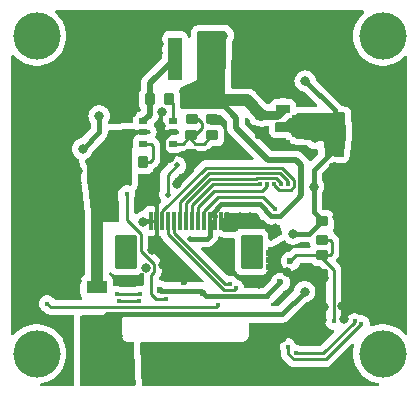
<source format=gbr>
%TF.GenerationSoftware,KiCad,Pcbnew,(6.0.1)*%
%TF.CreationDate,2022-07-23T16:31:21+08:00*%
%TF.ProjectId,IMU_base_V7,494d555f-6261-4736-955f-56372e6b6963,rev?*%
%TF.SameCoordinates,Original*%
%TF.FileFunction,Copper,L2,Bot*%
%TF.FilePolarity,Positive*%
%FSLAX46Y46*%
G04 Gerber Fmt 4.6, Leading zero omitted, Abs format (unit mm)*
G04 Created by KiCad (PCBNEW (6.0.1)) date 2022-07-23 16:31:21*
%MOMM*%
%LPD*%
G01*
G04 APERTURE LIST*
G04 Aperture macros list*
%AMRoundRect*
0 Rectangle with rounded corners*
0 $1 Rounding radius*
0 $2 $3 $4 $5 $6 $7 $8 $9 X,Y pos of 4 corners*
0 Add a 4 corners polygon primitive as box body*
4,1,4,$2,$3,$4,$5,$6,$7,$8,$9,$2,$3,0*
0 Add four circle primitives for the rounded corners*
1,1,$1+$1,$2,$3*
1,1,$1+$1,$4,$5*
1,1,$1+$1,$6,$7*
1,1,$1+$1,$8,$9*
0 Add four rect primitives between the rounded corners*
20,1,$1+$1,$2,$3,$4,$5,0*
20,1,$1+$1,$4,$5,$6,$7,0*
20,1,$1+$1,$6,$7,$8,$9,0*
20,1,$1+$1,$8,$9,$2,$3,0*%
G04 Aperture macros list end*
%TA.AperFunction,SMDPad,CuDef*%
%ADD10RoundRect,0.055000X0.820000X0.495000X-0.820000X0.495000X-0.820000X-0.495000X0.820000X-0.495000X0*%
%TD*%
%TA.AperFunction,SMDPad,CuDef*%
%ADD11RoundRect,0.100000X0.900000X0.900000X-0.900000X0.900000X-0.900000X-0.900000X0.900000X-0.900000X0*%
%TD*%
%TA.AperFunction,ComponentPad*%
%ADD12R,3.800000X3.800000*%
%TD*%
%TA.AperFunction,ComponentPad*%
%ADD13C,3.800000*%
%TD*%
%TA.AperFunction,SMDPad,CuDef*%
%ADD14RoundRect,0.040000X0.460000X0.360000X-0.460000X0.360000X-0.460000X-0.360000X0.460000X-0.360000X0*%
%TD*%
%TA.AperFunction,SMDPad,CuDef*%
%ADD15RoundRect,0.055000X0.495000X-0.820000X0.495000X0.820000X-0.495000X0.820000X-0.495000X-0.820000X0*%
%TD*%
%TA.AperFunction,SMDPad,CuDef*%
%ADD16RoundRect,0.040000X-0.460000X-0.360000X0.460000X-0.360000X0.460000X0.360000X-0.460000X0.360000X0*%
%TD*%
%TA.AperFunction,SMDPad,CuDef*%
%ADD17RoundRect,0.040000X0.360000X-0.460000X0.360000X0.460000X-0.360000X0.460000X-0.360000X-0.460000X0*%
%TD*%
%TA.AperFunction,SMDPad,CuDef*%
%ADD18RoundRect,0.010000X0.090000X0.740000X-0.090000X0.740000X-0.090000X-0.740000X0.090000X-0.740000X0*%
%TD*%
%TA.AperFunction,SMDPad,CuDef*%
%ADD19RoundRect,0.090000X0.810000X1.360000X-0.810000X1.360000X-0.810000X-1.360000X0.810000X-1.360000X0*%
%TD*%
%TA.AperFunction,SMDPad,CuDef*%
%ADD20RoundRect,0.060000X-0.540000X1.740000X-0.540000X-1.740000X0.540000X-1.740000X0.540000X1.740000X0*%
%TD*%
%TA.AperFunction,SMDPad,CuDef*%
%ADD21RoundRect,0.031000X0.569000X-0.279000X0.569000X0.279000X-0.569000X0.279000X-0.569000X-0.279000X0*%
%TD*%
%TA.AperFunction,SMDPad,CuDef*%
%ADD22RoundRect,0.031000X0.619000X-0.279000X0.619000X0.279000X-0.619000X0.279000X-0.619000X-0.279000X0*%
%TD*%
%TA.AperFunction,SMDPad,CuDef*%
%ADD23RoundRect,0.095000X1.530000X-0.855000X1.530000X0.855000X-1.530000X0.855000X-1.530000X-0.855000X0*%
%TD*%
%TA.AperFunction,SMDPad,CuDef*%
%ADD24RoundRect,0.027500X-0.322500X-0.247500X0.322500X-0.247500X0.322500X0.247500X-0.322500X0.247500X0*%
%TD*%
%TA.AperFunction,SMDPad,CuDef*%
%ADD25RoundRect,0.040000X-0.360000X0.460000X-0.360000X-0.460000X0.360000X-0.460000X0.360000X0.460000X0*%
%TD*%
%TA.AperFunction,SMDPad,CuDef*%
%ADD26RoundRect,0.040000X-0.218372X-0.541769X0.578372X-0.081769X0.218372X0.541769X-0.578372X0.081769X0*%
%TD*%
%TA.AperFunction,ViaPad*%
%ADD27C,0.800000*%
%TD*%
%TA.AperFunction,ViaPad*%
%ADD28C,0.600000*%
%TD*%
%TA.AperFunction,ViaPad*%
%ADD29C,0.400000*%
%TD*%
%TA.AperFunction,ViaPad*%
%ADD30C,0.500000*%
%TD*%
%TA.AperFunction,ViaPad*%
%ADD31C,4.000000*%
%TD*%
%TA.AperFunction,ViaPad*%
%ADD32C,0.350000*%
%TD*%
%TA.AperFunction,Conductor*%
%ADD33C,0.400000*%
%TD*%
%TA.AperFunction,Conductor*%
%ADD34C,0.250000*%
%TD*%
%TA.AperFunction,Conductor*%
%ADD35C,0.350000*%
%TD*%
%TA.AperFunction,Conductor*%
%ADD36C,0.300000*%
%TD*%
%TA.AperFunction,Conductor*%
%ADD37C,0.450000*%
%TD*%
%TA.AperFunction,Conductor*%
%ADD38C,0.500000*%
%TD*%
%TA.AperFunction,Conductor*%
%ADD39C,1.000000*%
%TD*%
%TA.AperFunction,Conductor*%
%ADD40C,0.800000*%
%TD*%
G04 APERTURE END LIST*
D10*
%TO.P,\u4FDD\u9669\u4E1D1,1*%
%TO.N,+24V*%
X104600000Y-79600000D03*
%TO.P,\u4FDD\u9669\u4E1D1,2*%
X104600000Y-82800000D03*
%TD*%
D11*
%TO.P,D1,1,Cathode*%
%TO.N,+24V*%
X104800000Y-69900000D03*
%TO.P,D1,2,Anode*%
%TO.N,GND*%
X99550000Y-69900000D03*
%TD*%
D12*
%TO.P,+,1*%
%TO.N,+24V*%
X105800000Y-86100000D03*
D13*
%TO.P,+,2*%
%TO.N,GND*%
X110800000Y-86100000D03*
%TD*%
D14*
%TO.P,C3,2*%
%TO.N,GND*%
X123700000Y-78500000D03*
%TO.P,C3,1*%
%TO.N,/RESET*%
X123700000Y-76900000D03*
%TD*%
D15*
%TO.P,C7,1*%
%TO.N,+24V*%
X105250000Y-73000000D03*
%TO.P,C7,2*%
%TO.N,GND*%
X102050000Y-73000000D03*
%TD*%
D16*
%TO.P,C9,1*%
%TO.N,GND*%
X124733700Y-69500000D03*
%TO.P,C9,2*%
%TO.N,+3V3*%
X124733700Y-67900000D03*
%TD*%
D17*
%TO.P,C11,1*%
%TO.N,Net-(C11-Pad1)*%
X110700000Y-63700000D03*
%TO.P,C11,2*%
%TO.N,Net-(C11-Pad2)*%
X109100000Y-63700000D03*
%TD*%
D18*
%TO.P,J5,1*%
%TO.N,GNDPWR*%
X115650000Y-73987300D03*
%TO.P,J5,2*%
X115150000Y-73987300D03*
%TO.P,J5,3*%
%TO.N,+5V*%
X114650000Y-73987300D03*
%TO.P,J5,4*%
X114150000Y-73987300D03*
%TO.P,J5,5*%
%TO.N,/TIM10_CH1*%
X113650000Y-73987300D03*
%TO.P,J5,6*%
%TO.N,/SPI1_MISO*%
X113150000Y-73987300D03*
%TO.P,J5,7*%
%TO.N,/SPI1_MOSI*%
X112650000Y-73987300D03*
%TO.P,J5,8*%
%TO.N,/INT1_Gyro*%
X112150000Y-73987300D03*
%TO.P,J5,9*%
%TO.N,/INT1_Acce1*%
X111650000Y-73987300D03*
%TO.P,J5,10*%
%TO.N,/CS1_Gyro*%
X111150000Y-73987300D03*
%TO.P,J5,11*%
%TO.N,/CS1_Acce1*%
X110650000Y-73987300D03*
%TO.P,J5,12*%
%TO.N,/SPI1_CLK*%
X110150000Y-73987300D03*
%TO.P,J5,13*%
%TO.N,GND*%
X109650000Y-73987300D03*
%TO.P,J5,14*%
%TO.N,+3V3*%
X109150000Y-73987300D03*
D19*
%TO.P,J5,MP*%
%TO.N,N/C*%
X107100000Y-76607300D03*
X117700000Y-76607300D03*
%TD*%
D14*
%TO.P,C12,1*%
%TO.N,Net-(C12-Pad1)*%
X112600000Y-66750000D03*
%TO.P,C12,2*%
%TO.N,GND*%
X112600000Y-68350000D03*
%TD*%
D16*
%TO.P,C13,1*%
%TO.N,GND*%
X114350000Y-65400000D03*
%TO.P,C13,2*%
%TO.N,+5V*%
X114350000Y-63800000D03*
%TD*%
D20*
%TO.P,L1,1*%
%TO.N,Net-(C11-Pad2)*%
X111200000Y-60250000D03*
%TO.P,L1,2*%
%TO.N,+5V*%
X114600000Y-60250000D03*
%TD*%
D14*
%TO.P,R1,1*%
%TO.N,+3V3*%
X123700000Y-74000000D03*
%TO.P,R1,2*%
%TO.N,/RESET*%
X123700000Y-75600000D03*
%TD*%
D21*
%TO.P,U1,1,GND*%
%TO.N,GND*%
X120358700Y-67500000D03*
D22*
%TO.P,U1,2,VOUT*%
%TO.N,+3V3*%
X120408700Y-66000000D03*
D23*
X122733700Y-66000000D03*
D21*
%TO.P,U1,3,VIN*%
%TO.N,+5V*%
X120358700Y-64500000D03*
%TD*%
D24*
%TO.P,U3,1,BST*%
%TO.N,Net-(C11-Pad1)*%
X111050000Y-65550000D03*
%TO.P,U3,2,GND*%
%TO.N,GND*%
X111050000Y-66500000D03*
%TO.P,U3,3,FB*%
%TO.N,Net-(C12-Pad1)*%
X111050000Y-67450000D03*
%TO.P,U3,4,EN*%
%TO.N,Net-(R3-Pad2)*%
X108550000Y-67450000D03*
%TO.P,U3,5,VIN*%
%TO.N,+24V*%
X108550000Y-66500000D03*
%TO.P,U3,6,SW*%
%TO.N,Net-(C11-Pad2)*%
X108550000Y-65550000D03*
%TD*%
D25*
%TO.P,R3,1*%
%TO.N,+24V*%
X106900000Y-69000000D03*
%TO.P,R3,2*%
%TO.N,Net-(R3-Pad2)*%
X108500000Y-69000000D03*
%TD*%
D16*
%TO.P,C8,1*%
%TO.N,GND*%
X118533700Y-66600000D03*
%TO.P,C8,2*%
%TO.N,+5V*%
X118533700Y-65000000D03*
%TD*%
D14*
%TO.P,R5,1*%
%TO.N,+5V*%
X112650000Y-63800000D03*
%TO.P,R5,2*%
%TO.N,Net-(C12-Pad1)*%
X112650000Y-65400000D03*
%TD*%
D26*
%TO.P,R9,2*%
%TO.N,GNDPWR*%
X119500000Y-74800000D03*
%TO.P,R9,1*%
%TO.N,GND*%
X120300000Y-76185640D03*
%TD*%
D14*
%TO.P,R6,1*%
%TO.N,Net-(C12-Pad1)*%
X114350000Y-66750000D03*
%TO.P,R6,2*%
%TO.N,GND*%
X114350000Y-68350000D03*
%TD*%
D10*
%TO.P,C10,1*%
%TO.N,GND*%
X106800000Y-64000000D03*
%TO.P,C10,2*%
%TO.N,+24V*%
X106800000Y-67200000D03*
%TD*%
D27*
%TO.N,GND*%
X123800000Y-78800000D03*
X129100000Y-80500000D03*
X129100000Y-79500000D03*
X129200000Y-78600000D03*
X129200000Y-77600000D03*
X123700000Y-82400000D03*
X123800000Y-81300000D03*
X126300000Y-81300000D03*
X125500000Y-82300000D03*
X125400000Y-81200000D03*
D28*
X119200000Y-76700000D03*
X119200000Y-77300000D03*
X119200000Y-77900000D03*
D27*
X110200000Y-77700000D03*
X112600000Y-78600000D03*
X111100000Y-77800000D03*
X106500000Y-79100000D03*
X98000000Y-76500000D03*
X97900000Y-77400000D03*
X98100000Y-78400000D03*
X98900000Y-78400000D03*
X98800000Y-77500000D03*
X98900000Y-76600000D03*
X102900000Y-79100000D03*
X125500000Y-70600000D03*
X124700000Y-70600000D03*
X127400000Y-67100000D03*
X127500000Y-66000000D03*
%TO.N,+3V3*%
X121100000Y-66000000D03*
X123100000Y-67000000D03*
X123000000Y-66200000D03*
X123100000Y-65300000D03*
X124000000Y-67000000D03*
X124000000Y-66100000D03*
X124000000Y-65300000D03*
%TO.N,GND*%
X126600000Y-67000000D03*
X126600000Y-66100000D03*
X122100000Y-57900000D03*
X122100000Y-58900000D03*
X121000000Y-61200000D03*
X120100000Y-61200000D03*
X119200000Y-61200000D03*
X118300000Y-61200000D03*
X117500000Y-61100000D03*
X116600000Y-61100000D03*
X116600000Y-60300000D03*
X116600000Y-59500000D03*
X116700000Y-58700000D03*
X116700000Y-57900000D03*
X109900000Y-58200000D03*
X109900000Y-59000000D03*
X109800000Y-59800000D03*
%TO.N,+5V*%
X115300000Y-58300000D03*
X114500000Y-58300000D03*
X113600000Y-61300000D03*
X113600000Y-60400000D03*
X113700000Y-59600000D03*
X113700000Y-58800000D03*
%TO.N,GND*%
X109200000Y-60400000D03*
X108500000Y-61000000D03*
X107000000Y-58600000D03*
X107000000Y-59700000D03*
X107600000Y-64900000D03*
X106700000Y-65200000D03*
X110100000Y-64800000D03*
X110000000Y-66000000D03*
X103000000Y-69800000D03*
X102900000Y-70800000D03*
X102800000Y-71600000D03*
X102900000Y-72600000D03*
%TO.N,+24V*%
X104000000Y-83700000D03*
X106400000Y-83700000D03*
X105600000Y-83700000D03*
X104800000Y-83700000D03*
%TO.N,GND*%
X122400000Y-84100000D03*
X121600000Y-84100000D03*
X120700000Y-78300000D03*
D28*
X119100000Y-78800000D03*
D27*
%TO.N,GNDPWR*%
X117600000Y-73700000D03*
X116700000Y-73700000D03*
%TO.N,GND*%
X111400000Y-70900000D03*
D28*
%TO.N,+3V3*%
X109947361Y-79846003D03*
%TO.N,GND*%
X128800000Y-71300000D03*
X127900000Y-72600000D03*
X128400000Y-72100000D03*
D27*
X129500000Y-70700000D03*
X127200000Y-73425980D03*
X124900000Y-73700000D03*
X109300000Y-76500000D03*
X109600000Y-72200000D03*
D28*
%TO.N,+3V3*%
X113600000Y-80100000D03*
D29*
%TO.N,/CAN_H*%
X127000000Y-82700000D03*
%TO.N,/CAN_L*%
X126431262Y-82510420D03*
X121500000Y-85200000D03*
%TO.N,/CAN_H*%
X120800000Y-84643376D03*
D27*
%TO.N,GND*%
X120300000Y-83900000D03*
D29*
%TO.N,/CAN_L*%
X108182448Y-80775500D03*
X106500000Y-80775500D03*
%TO.N,/CAN_H*%
X108249500Y-80176260D03*
X106277350Y-80218876D03*
D27*
%TO.N,+24V*%
X122200000Y-80000000D03*
D28*
%TO.N,GND*%
X112000000Y-79200000D03*
D27*
%TO.N,+3V3*%
X121200000Y-75100000D03*
D30*
%TO.N,Net-(J3-Pad1)*%
X111400689Y-69300689D03*
X110600000Y-71800000D03*
D27*
%TO.N,+3V3*%
X122950000Y-71100000D03*
X103400000Y-67900000D03*
X104800000Y-65100000D03*
D31*
%TO.N,*%
X128799600Y-85244206D03*
X99509600Y-58344206D03*
X99509600Y-85244206D03*
X128809600Y-58344206D03*
D27*
%TO.N,+3V3*%
X108550000Y-74100000D03*
X122250000Y-62150000D03*
D28*
X120150000Y-79200000D03*
D32*
%TO.N,GND*%
X122700000Y-80850000D03*
D27*
X99000000Y-67850000D03*
X115400000Y-68300000D03*
X120100000Y-58850000D03*
X116250000Y-68000000D03*
X119300000Y-67250000D03*
X99200000Y-73400000D03*
X99100000Y-65950000D03*
D32*
X122700000Y-81350000D03*
D27*
X106065266Y-58643548D03*
X110800000Y-68700000D03*
X118300000Y-79300000D03*
X113350000Y-86450000D03*
X108725500Y-78000000D03*
X113250000Y-85500000D03*
X99200000Y-72350000D03*
X105050000Y-59650000D03*
X105050000Y-58700000D03*
X113000000Y-87300000D03*
X99100000Y-65050000D03*
X98850000Y-81100000D03*
X106100000Y-59700000D03*
X120100000Y-57950000D03*
X99100000Y-66850000D03*
X121143135Y-57942197D03*
X121150000Y-58900000D03*
X113100000Y-84650000D03*
D30*
%TO.N,+5V*%
X112488479Y-75511521D03*
D28*
%TO.N,/RESET*%
X121000000Y-77400000D03*
D29*
X124650000Y-82500000D03*
%TO.N,/SWDIO*%
X107150000Y-71700000D03*
X110450000Y-80600000D03*
%TO.N,/SWCLK*%
X100400000Y-81000000D03*
X114900000Y-81138644D03*
%TO.N,/TIM10_CH1*%
X119650000Y-72950000D03*
%TO.N,/INT1_Acce1*%
X120800000Y-70850000D03*
%TO.N,/INT1_Gyro*%
X120195836Y-70833796D03*
%TO.N,/SPI1_CLK*%
X119600695Y-70905980D03*
%TO.N,/SPI1_MISO*%
X119000497Y-70900000D03*
%TO.N,/SPI1_MOSI*%
X118400994Y-70900000D03*
%TO.N,/CS1_Acce1*%
X116355761Y-79653770D03*
%TO.N,/CS1_Gyro*%
X115854122Y-79325500D03*
%TD*%
D33*
%TO.N,GND*%
X123700000Y-78700000D02*
X123800000Y-78800000D01*
X123700000Y-78500000D02*
X123700000Y-78700000D01*
D34*
%TO.N,/CAN_L*%
X123782141Y-85200000D02*
X121500000Y-85200000D01*
X126431262Y-82510420D02*
X126431262Y-82550879D01*
X126431262Y-82550879D02*
X123782141Y-85200000D01*
%TO.N,/CAN_H*%
X120800000Y-85241772D02*
X120800000Y-84643376D01*
X121282739Y-85724511D02*
X120800000Y-85241772D01*
X127000000Y-82700000D02*
X123975489Y-85724511D01*
X123975489Y-85724511D02*
X121282739Y-85724511D01*
D33*
%TO.N,GND*%
X112000000Y-78700000D02*
X111100000Y-77800000D01*
X112000000Y-79200000D02*
X112000000Y-78700000D01*
X112600000Y-69700000D02*
X111400000Y-70900000D01*
X112600000Y-68350000D02*
X112600000Y-69700000D01*
D34*
%TO.N,Net-(J3-Pad1)*%
X110600000Y-70101378D02*
X110600000Y-71800000D01*
X111400689Y-69300689D02*
X110600000Y-70101378D01*
D33*
%TO.N,+3V3*%
X113400000Y-79900000D02*
X113600000Y-80100000D01*
X110001358Y-79900000D02*
X113400000Y-79900000D01*
X109947361Y-79846003D02*
X110001358Y-79900000D01*
D34*
%TO.N,/SWDIO*%
X107150000Y-73901081D02*
X107150000Y-71750000D01*
X109450011Y-78300103D02*
X109450011Y-77674625D01*
X108324520Y-75075601D02*
X107150000Y-73901081D01*
X109200000Y-78550114D02*
X109450011Y-78300103D01*
X108324520Y-76549134D02*
X108324520Y-75075601D01*
X109200000Y-80200000D02*
X109200000Y-78550114D01*
X109450011Y-77674625D02*
X108324520Y-76549134D01*
X109600000Y-80600000D02*
X109200000Y-80200000D01*
X110450000Y-80600000D02*
X109600000Y-80600000D01*
D35*
%TO.N,GND*%
X109674520Y-76125480D02*
X109674520Y-73987300D01*
D33*
X109300000Y-76500000D02*
X109674520Y-76125480D01*
D35*
X109674520Y-72274520D02*
X109674520Y-73987300D01*
D34*
X109600000Y-72200000D02*
X109674520Y-72274520D01*
D33*
%TO.N,+3V3*%
X118975480Y-80374520D02*
X119125000Y-80225000D01*
D36*
X119125000Y-80225000D02*
X119050000Y-80300000D01*
D33*
X120150000Y-79200000D02*
X119125000Y-80225000D01*
X113600000Y-80100000D02*
X113874520Y-80374520D01*
X113874520Y-80374520D02*
X118975480Y-80374520D01*
D34*
%TO.N,/SWCLK*%
X100700000Y-81300000D02*
X100400000Y-81000000D01*
X114900000Y-81138644D02*
X114738644Y-81300000D01*
X114738644Y-81300000D02*
X100700000Y-81300000D01*
%TO.N,/CAN_L*%
X106500000Y-80775500D02*
X108182448Y-80775500D01*
%TO.N,/CAN_H*%
X108206884Y-80218876D02*
X108249500Y-80176260D01*
X106277350Y-80218876D02*
X108206884Y-80218876D01*
D33*
%TO.N,+24V*%
X120300480Y-81899520D02*
X122200000Y-80000000D01*
X105500480Y-81899520D02*
X120300480Y-81899520D01*
X104600000Y-82800000D02*
X105500480Y-81899520D01*
%TO.N,+3V3*%
X123700000Y-74000000D02*
X122600000Y-75100000D01*
X122600000Y-75100000D02*
X121200000Y-75100000D01*
D37*
%TO.N,+5V*%
X118391327Y-72574520D02*
X118074520Y-72574520D01*
X120125489Y-73574511D02*
X119391318Y-73574511D01*
X119391318Y-73574511D02*
X118391327Y-72574520D01*
X121800000Y-71900000D02*
X120125489Y-73574511D01*
D34*
%TO.N,/RESET*%
X121500000Y-76900000D02*
X121000000Y-77400000D01*
X123700000Y-76900000D02*
X121500000Y-76900000D01*
D38*
%TO.N,+5V*%
X116400000Y-65250000D02*
X114950000Y-63800000D01*
X119081922Y-68801929D02*
X116400000Y-66120007D01*
X121451929Y-68801929D02*
X119081922Y-68801929D01*
X116400000Y-66120007D02*
X116400000Y-65250000D01*
X121800000Y-71900000D02*
X121900000Y-71800000D01*
X121900000Y-69250000D02*
X121451929Y-68801929D01*
X121900000Y-71800000D02*
X121900000Y-69250000D01*
D39*
%TO.N,+24V*%
X104600000Y-73650000D02*
X105250000Y-73000000D01*
X104600000Y-79600000D02*
X104600000Y-73650000D01*
D33*
%TO.N,+5V*%
X112500000Y-75500000D02*
X112488479Y-75511521D01*
X113950000Y-75500000D02*
X112500000Y-75500000D01*
%TO.N,+3V3*%
X122950000Y-73250000D02*
X123700000Y-74000000D01*
X122950000Y-71100000D02*
X122950000Y-73250000D01*
X104800000Y-66500000D02*
X103400000Y-67900000D01*
X104800000Y-65100000D02*
X104800000Y-66500000D01*
X124733700Y-67900000D02*
X122950000Y-69683700D01*
X122950000Y-69683700D02*
X122950000Y-71100000D01*
X122250000Y-62150000D02*
X124733700Y-64633700D01*
X124733700Y-64633700D02*
X124733700Y-67900000D01*
D34*
X108662700Y-73987300D02*
X108550000Y-74100000D01*
D33*
X109150000Y-73987300D02*
X108662700Y-73987300D01*
D38*
%TO.N,GND*%
X110200000Y-68100000D02*
X110800000Y-68700000D01*
X110200000Y-67100000D02*
X110200000Y-68100000D01*
X110800000Y-66500000D02*
X110200000Y-67100000D01*
X111050000Y-66500000D02*
X110800000Y-66500000D01*
D34*
%TO.N,+24V*%
X105800000Y-85900000D02*
X104500000Y-84600000D01*
X105800000Y-85900000D02*
X104800000Y-84900000D01*
D40*
%TO.N,+5V*%
X118533700Y-65000000D02*
X119858700Y-65000000D01*
D39*
X114350000Y-63800000D02*
X114950000Y-63800000D01*
D33*
X114150000Y-73987300D02*
X114150000Y-75300000D01*
D34*
X114150000Y-73987300D02*
X114150000Y-73550000D01*
D37*
X115150000Y-72550000D02*
X117950000Y-72550000D01*
D33*
X114400000Y-73300000D02*
X114650000Y-73550000D01*
D39*
X117333700Y-63800000D02*
X118533700Y-65000000D01*
D34*
X114650000Y-73550000D02*
X114650000Y-73987300D01*
D40*
X119858700Y-65000000D02*
X120358700Y-64500000D01*
D33*
X114150000Y-73550000D02*
X114400000Y-73300000D01*
D37*
X114400000Y-73300000D02*
X115150000Y-72550000D01*
D33*
X114150000Y-75300000D02*
X113950000Y-75500000D01*
D39*
X114350000Y-63800000D02*
X117333700Y-63800000D01*
D34*
%TO.N,/RESET*%
X124350000Y-75600000D02*
X124500000Y-75750000D01*
X124350000Y-76900000D02*
X123700000Y-76900000D01*
X123700000Y-75600000D02*
X124350000Y-75600000D01*
X124500000Y-76750000D02*
X124350000Y-76900000D01*
X123700000Y-77164491D02*
X123700000Y-76900000D01*
X124500000Y-75750000D02*
X124500000Y-76750000D01*
X124650000Y-78114491D02*
X123700000Y-77164491D01*
X124650000Y-82500000D02*
X124650000Y-78114491D01*
%TO.N,Net-(C11-Pad1)*%
X111050000Y-65550000D02*
X111050000Y-64050000D01*
X111050000Y-64050000D02*
X110700000Y-63700000D01*
D38*
%TO.N,Net-(C11-Pad2)*%
X111200000Y-60250000D02*
X109100000Y-62350000D01*
X109100000Y-65000000D02*
X108550000Y-65550000D01*
X109100000Y-62350000D02*
X109100000Y-63700000D01*
X109100000Y-63700000D02*
X109100000Y-65000000D01*
D34*
%TO.N,Net-(C12-Pad1)*%
X113500000Y-65700000D02*
X113500000Y-66150000D01*
X113650000Y-67450000D02*
X114350000Y-66750000D01*
X113500000Y-66150000D02*
X112900000Y-66750000D01*
X112950000Y-67450000D02*
X113650000Y-67450000D01*
X112600000Y-67100000D02*
X112950000Y-67450000D01*
X111900000Y-67450000D02*
X112600000Y-66750000D01*
X112600000Y-66750000D02*
X112600000Y-67100000D01*
X111050000Y-67450000D02*
X111900000Y-67450000D01*
X113200000Y-65400000D02*
X113500000Y-65700000D01*
X112900000Y-66750000D02*
X112600000Y-66750000D01*
X112650000Y-65400000D02*
X113200000Y-65400000D01*
%TO.N,Net-(R3-Pad2)*%
X109350000Y-68750000D02*
X109100000Y-69000000D01*
X108550000Y-67450000D02*
X109150000Y-67450000D01*
X109100000Y-69000000D02*
X108500000Y-69000000D01*
X109350000Y-67650000D02*
X109350000Y-68750000D01*
X109150000Y-67450000D02*
X109350000Y-67650000D01*
D38*
%TO.N,GNDPWR*%
X115650000Y-74450000D02*
X115650000Y-73987300D01*
D33*
X115400000Y-74700000D02*
X115650000Y-74450000D01*
X115150000Y-74450000D02*
X115400000Y-74700000D01*
X115150000Y-73987300D02*
X115150000Y-74450000D01*
D34*
%TO.N,/TIM10_CH1*%
X118700000Y-72000000D02*
X114834218Y-72000000D01*
X113650000Y-73184218D02*
X113650000Y-73987300D01*
X119650000Y-72950000D02*
X118700000Y-72000000D01*
X114834218Y-72000000D02*
X113650000Y-73184218D01*
%TO.N,/INT1_Acce1*%
X111650000Y-73987300D02*
X111650000Y-72378566D01*
X114102597Y-69925969D02*
X120125969Y-69925969D01*
X120125969Y-69925969D02*
X120800000Y-70600000D01*
X111650000Y-72378566D02*
X114102597Y-69925969D01*
X120800000Y-70600000D02*
X120800000Y-70850000D01*
%TO.N,/INT1_Gyro*%
X114213803Y-70450480D02*
X118108742Y-70450480D01*
X120195836Y-70759349D02*
X120195836Y-70833796D01*
X118108742Y-70450480D02*
X118183733Y-70375489D01*
X112150000Y-73987300D02*
X112150000Y-72514283D01*
X119811976Y-70375489D02*
X120195836Y-70759349D01*
X118183733Y-70375489D02*
X119811976Y-70375489D01*
X112150000Y-72514283D02*
X114213803Y-70450480D01*
%TO.N,/SPI1_CLK*%
X120312167Y-69476449D02*
X121324511Y-70488793D01*
X121324511Y-71075489D02*
X121025489Y-71374511D01*
X110150000Y-73184218D02*
X113857769Y-69476449D01*
X121025489Y-71374511D02*
X119994779Y-71374511D01*
X121324511Y-70488793D02*
X121324511Y-71075489D01*
X110150000Y-73987300D02*
X110150000Y-73184218D01*
X119600695Y-70980427D02*
X119600695Y-70905980D01*
X113857769Y-69476449D02*
X120312167Y-69476449D01*
X119994779Y-71374511D02*
X119600695Y-70980427D01*
%TO.N,/SPI1_MISO*%
X118618255Y-71424511D02*
X119000497Y-71042269D01*
X113150000Y-73987300D02*
X113150000Y-72785718D01*
X114511207Y-71424511D02*
X118618255Y-71424511D01*
X119000497Y-71042269D02*
X119000497Y-70900000D01*
X113150000Y-72785718D02*
X114511207Y-71424511D01*
%TO.N,/SPI1_MOSI*%
X112650000Y-72650000D02*
X112650000Y-73987300D01*
X118400994Y-70900000D02*
X114400000Y-70900000D01*
X114400000Y-70900000D02*
X112650000Y-72650000D01*
%TO.N,/CS1_Acce1*%
X116355761Y-79694239D02*
X116200000Y-79850000D01*
X115378773Y-79850000D02*
X110650000Y-75121227D01*
X110650000Y-75121227D02*
X110650000Y-73987300D01*
X116355761Y-79653770D02*
X116355761Y-79694239D01*
X116200000Y-79850000D02*
X115378773Y-79850000D01*
%TO.N,/CS1_Gyro*%
X115854122Y-79325500D02*
X115489991Y-79325500D01*
X111150000Y-74985509D02*
X111150000Y-73987300D01*
X115489991Y-79325500D02*
X111150000Y-74985509D01*
%TD*%
%TA.AperFunction,Conductor*%
%TO.N,+3V3*%
G36*
X125592772Y-64821323D02*
G01*
X125640485Y-64873896D01*
X125653068Y-64925787D01*
X125699531Y-66830738D01*
X125699788Y-66841288D01*
X125699010Y-66858660D01*
X125540446Y-68246095D01*
X125514019Y-68477333D01*
X125486412Y-68542742D01*
X125427824Y-68582842D01*
X125377075Y-68588476D01*
X124005396Y-68459881D01*
X123939440Y-68433608D01*
X123898158Y-68375847D01*
X123891558Y-68344479D01*
X123801445Y-67218058D01*
X123801445Y-67218057D01*
X123800000Y-67200000D01*
X121510360Y-67033481D01*
X121443870Y-67008591D01*
X121412473Y-66967471D01*
X121409517Y-66969137D01*
X121405302Y-66961656D01*
X121402139Y-66953668D01*
X121312771Y-66835929D01*
X121195032Y-66746561D01*
X121187051Y-66743401D01*
X121187049Y-66743400D01*
X121155379Y-66730861D01*
X121129615Y-66720661D01*
X121073643Y-66676987D01*
X121059845Y-66634106D01*
X121055104Y-66635498D01*
X121050000Y-66618115D01*
X121050000Y-66600000D01*
X121039173Y-66592782D01*
X121039172Y-66592781D01*
X120914456Y-66509637D01*
X120914455Y-66509637D01*
X120900000Y-66500000D01*
X120233297Y-66473332D01*
X119778757Y-66455150D01*
X119711490Y-66432442D01*
X119667179Y-66376971D01*
X119658038Y-66321391D01*
X119676287Y-66029410D01*
X119700500Y-65962670D01*
X119756951Y-65919615D01*
X119807207Y-65911669D01*
X119810890Y-65912252D01*
X119817477Y-65911907D01*
X119817482Y-65911907D01*
X119879180Y-65908673D01*
X119885774Y-65908500D01*
X119906310Y-65908500D01*
X119909582Y-65908156D01*
X119909584Y-65908156D01*
X119926742Y-65906353D01*
X119933316Y-65905836D01*
X119995008Y-65902603D01*
X119995012Y-65902602D01*
X120001603Y-65902257D01*
X120007984Y-65900547D01*
X120007986Y-65900547D01*
X120015191Y-65898617D01*
X120034625Y-65895015D01*
X120042054Y-65894234D01*
X120042063Y-65894232D01*
X120048628Y-65893542D01*
X120113697Y-65872400D01*
X120119999Y-65870533D01*
X120186070Y-65852829D01*
X120198608Y-65846440D01*
X120216874Y-65838875D01*
X120223972Y-65836569D01*
X120223974Y-65836568D01*
X120230256Y-65834527D01*
X120289485Y-65800331D01*
X120295279Y-65797185D01*
X120356230Y-65766129D01*
X120367167Y-65757273D01*
X120383463Y-65746073D01*
X120389924Y-65742343D01*
X120389928Y-65742340D01*
X120395644Y-65739040D01*
X120400550Y-65734623D01*
X120400555Y-65734619D01*
X120446469Y-65693278D01*
X120451484Y-65688994D01*
X120464877Y-65678148D01*
X120467441Y-65676072D01*
X120481956Y-65661557D01*
X120486741Y-65657016D01*
X120532657Y-65615673D01*
X120537566Y-65611253D01*
X120545840Y-65599865D01*
X120558681Y-65584832D01*
X120788108Y-65355405D01*
X120850420Y-65321379D01*
X120877203Y-65318500D01*
X120969614Y-65318500D01*
X121017163Y-65312746D01*
X121049560Y-65308826D01*
X121049562Y-65308826D01*
X121057599Y-65307853D01*
X121195032Y-65253439D01*
X121312771Y-65164071D01*
X121402139Y-65046332D01*
X121430798Y-64973949D01*
X121474473Y-64917975D01*
X121545052Y-64894367D01*
X124308356Y-64830842D01*
X125524209Y-64802892D01*
X125592772Y-64821323D01*
G37*
%TD.AperFunction*%
%TD*%
%TA.AperFunction,Conductor*%
%TO.N,+24V*%
G36*
X107861911Y-66194372D02*
G01*
X107875955Y-66203623D01*
X107955057Y-66263666D01*
X107955061Y-66263668D01*
X107961902Y-66268861D01*
X108098444Y-66322922D01*
X108106481Y-66323895D01*
X108106483Y-66323895D01*
X108138770Y-66327802D01*
X108185859Y-66333500D01*
X108549711Y-66333500D01*
X108914140Y-66333499D01*
X109001556Y-66322922D01*
X109001629Y-66323528D01*
X109066759Y-66325931D01*
X109125029Y-66366491D01*
X109152120Y-66432116D01*
X109151721Y-66462088D01*
X109137579Y-66568158D01*
X109108750Y-66633038D01*
X109049420Y-66672032D01*
X108997548Y-66676593D01*
X108914141Y-66666500D01*
X108550289Y-66666500D01*
X108185860Y-66666501D01*
X108147102Y-66671191D01*
X108106473Y-66676106D01*
X108106469Y-66676107D01*
X108098444Y-66677078D01*
X108090927Y-66680054D01*
X108090924Y-66680055D01*
X108053236Y-66694977D01*
X107961902Y-66731139D01*
X107955061Y-66736332D01*
X107955057Y-66736334D01*
X107882883Y-66791118D01*
X107844928Y-66819928D01*
X107839736Y-66826768D01*
X107761334Y-66930057D01*
X107761332Y-66930061D01*
X107756139Y-66936902D01*
X107702078Y-67073444D01*
X107691500Y-67160859D01*
X107691500Y-67164648D01*
X107691501Y-67732386D01*
X107671499Y-67800507D01*
X107620391Y-67845802D01*
X107617871Y-67847021D01*
X107600000Y-67850000D01*
X107566070Y-70191158D01*
X107555629Y-70911608D01*
X107534642Y-70979432D01*
X107480318Y-71025142D01*
X107409905Y-71034227D01*
X107398947Y-71031986D01*
X107246822Y-70993775D01*
X107246818Y-70993775D01*
X107239451Y-70991924D01*
X107231852Y-70991884D01*
X107231850Y-70991884D01*
X107160394Y-70991510D01*
X107067969Y-70991026D01*
X107060589Y-70992798D01*
X107060587Y-70992798D01*
X106908602Y-71029286D01*
X106908598Y-71029287D01*
X106901223Y-71031058D01*
X106748839Y-71109709D01*
X106619615Y-71222439D01*
X106521010Y-71362739D01*
X106503020Y-71408882D01*
X106498211Y-71421215D01*
X106454830Y-71477416D01*
X106432997Y-71486649D01*
X106434100Y-71488888D01*
X106417846Y-71496896D01*
X106400000Y-71500000D01*
X106400806Y-71510480D01*
X106400806Y-71510481D01*
X106516129Y-73009677D01*
X106516500Y-73019341D01*
X106516500Y-73822314D01*
X106515973Y-73833497D01*
X106514298Y-73840990D01*
X106514547Y-73848916D01*
X106514547Y-73848917D01*
X106516438Y-73909067D01*
X106516500Y-73913026D01*
X106516500Y-73940937D01*
X106516997Y-73944871D01*
X106516997Y-73944872D01*
X106517005Y-73944937D01*
X106517938Y-73956778D01*
X106518355Y-73970040D01*
X106500503Y-74038756D01*
X106448335Y-74086912D01*
X106392417Y-74100000D01*
X104320071Y-74100000D01*
X104251950Y-74079998D01*
X104205457Y-74026342D01*
X104194750Y-73987063D01*
X103807007Y-70267222D01*
X103823209Y-70191160D01*
X103834527Y-70171556D01*
X103893542Y-69989928D01*
X103913504Y-69800000D01*
X103893542Y-69610072D01*
X103834527Y-69428444D01*
X103739040Y-69263056D01*
X103734620Y-69258147D01*
X103734617Y-69258143D01*
X103690059Y-69208657D01*
X103658800Y-69141000D01*
X103625726Y-68892946D01*
X103636550Y-68822781D01*
X103683590Y-68769604D01*
X103699372Y-68761188D01*
X103850722Y-68693803D01*
X103850724Y-68693802D01*
X103856752Y-68691118D01*
X104011253Y-68578866D01*
X104139040Y-68436944D01*
X104234527Y-68271556D01*
X104293542Y-68089928D01*
X104298450Y-68043230D01*
X104325463Y-67977573D01*
X104334665Y-67967305D01*
X105280520Y-67021450D01*
X105286785Y-67015596D01*
X105310377Y-66995015D01*
X105330385Y-66977561D01*
X105367129Y-66925280D01*
X105371061Y-66919986D01*
X105405791Y-66875693D01*
X105410476Y-66869718D01*
X105413599Y-66862802D01*
X105414983Y-66860516D01*
X105423357Y-66845835D01*
X105424622Y-66843475D01*
X105428990Y-66837261D01*
X105432222Y-66828973D01*
X105452202Y-66777725D01*
X105454759Y-66771642D01*
X105473048Y-66731139D01*
X105481045Y-66713427D01*
X105482429Y-66705960D01*
X105483230Y-66703405D01*
X105487859Y-66687152D01*
X105488522Y-66684572D01*
X105491282Y-66677491D01*
X105499622Y-66614139D01*
X105500653Y-66607632D01*
X105510912Y-66552280D01*
X105512296Y-66544814D01*
X105508709Y-66482608D01*
X105508500Y-66475354D01*
X105508500Y-66455418D01*
X105528502Y-66387297D01*
X105537704Y-66374755D01*
X105564914Y-66342103D01*
X105623890Y-66302576D01*
X105654721Y-66296960D01*
X107792786Y-66178179D01*
X107861911Y-66194372D01*
G37*
%TD.AperFunction*%
%TD*%
%TA.AperFunction,Conductor*%
%TO.N,+5V*%
G36*
X115488025Y-57921246D02*
G01*
X115535581Y-57973961D01*
X115548023Y-58030494D01*
X115451880Y-64375909D01*
X115430848Y-64443719D01*
X115376494Y-64489393D01*
X115325894Y-64500000D01*
X114930446Y-64500000D01*
X114915309Y-64499087D01*
X114913541Y-64498873D01*
X114852614Y-64491500D01*
X113847386Y-64491500D01*
X113786459Y-64498873D01*
X113784691Y-64499087D01*
X113769554Y-64500000D01*
X113230446Y-64500000D01*
X113215309Y-64499087D01*
X113213541Y-64498873D01*
X113152614Y-64491500D01*
X112147386Y-64491500D01*
X112086459Y-64498873D01*
X112084691Y-64499087D01*
X112069554Y-64500000D01*
X111809500Y-64500000D01*
X111741379Y-64479998D01*
X111694886Y-64426342D01*
X111683500Y-64374000D01*
X111683500Y-64128768D01*
X111684027Y-64117585D01*
X111685702Y-64110092D01*
X111683562Y-64042001D01*
X111683500Y-64038044D01*
X111683500Y-64010144D01*
X111682996Y-64006153D01*
X111682063Y-63994311D01*
X111680923Y-63958036D01*
X111680674Y-63950111D01*
X111678462Y-63942497D01*
X111678461Y-63942492D01*
X111675023Y-63930659D01*
X111671012Y-63911295D01*
X111669467Y-63899064D01*
X111668474Y-63891203D01*
X111665557Y-63883836D01*
X111665556Y-63883831D01*
X111652198Y-63850092D01*
X111648354Y-63838865D01*
X111638230Y-63804022D01*
X111636018Y-63796407D01*
X111631980Y-63789579D01*
X111626047Y-63779546D01*
X111608500Y-63715407D01*
X111608500Y-63197386D01*
X111600913Y-63134691D01*
X111600000Y-63119554D01*
X111600000Y-62877873D01*
X111620002Y-62809752D01*
X111669651Y-62765175D01*
X113083798Y-62058101D01*
X113100000Y-62050000D01*
X113051525Y-58075011D01*
X113070695Y-58006652D01*
X113123780Y-57959508D01*
X113174997Y-57947500D01*
X113495643Y-57941087D01*
X115419518Y-57902610D01*
X115488025Y-57921246D01*
G37*
%TD.AperFunction*%
%TD*%
%TA.AperFunction,Conductor*%
%TO.N,+24V*%
G36*
X106755946Y-82020002D02*
G01*
X106802439Y-82073658D01*
X106812543Y-82143932D01*
X106798023Y-82182635D01*
X106799354Y-82183250D01*
X106795590Y-82191397D01*
X106790707Y-82198930D01*
X106788135Y-82207530D01*
X106783361Y-82223493D01*
X106776699Y-82240939D01*
X106765801Y-82264151D01*
X106764420Y-82273024D01*
X106761258Y-82293331D01*
X106757474Y-82310052D01*
X106751586Y-82329739D01*
X106751585Y-82329742D01*
X106749013Y-82338344D01*
X106748958Y-82347319D01*
X106748958Y-82347320D01*
X106748803Y-82372749D01*
X106748770Y-82373531D01*
X106748600Y-82374626D01*
X106748600Y-82405501D01*
X106748598Y-82406271D01*
X106748124Y-82483855D01*
X106748508Y-82485199D01*
X106748600Y-82486544D01*
X106748600Y-83700901D01*
X106748598Y-83701671D01*
X106748124Y-83779255D01*
X106750590Y-83787884D01*
X106750591Y-83787889D01*
X106756239Y-83807651D01*
X106759817Y-83824412D01*
X106762730Y-83844755D01*
X106762733Y-83844765D01*
X106764005Y-83853648D01*
X106774621Y-83876998D01*
X106781064Y-83894510D01*
X106788112Y-83919168D01*
X106803874Y-83944151D01*
X106812004Y-83959217D01*
X106824233Y-83986113D01*
X106840974Y-84005542D01*
X106852079Y-84020550D01*
X106865760Y-84042234D01*
X106872488Y-84048176D01*
X106887896Y-84061784D01*
X106899940Y-84073976D01*
X106919219Y-84096350D01*
X106926747Y-84101229D01*
X106926750Y-84101232D01*
X106940739Y-84110299D01*
X106955613Y-84121589D01*
X106974828Y-84138559D01*
X106982954Y-84142374D01*
X106982955Y-84142375D01*
X106988621Y-84145035D01*
X107001566Y-84151113D01*
X107016535Y-84159427D01*
X107041327Y-84175496D01*
X107049927Y-84178068D01*
X107065890Y-84182842D01*
X107083336Y-84189504D01*
X107106548Y-84200402D01*
X107135730Y-84204946D01*
X107152449Y-84208729D01*
X107172136Y-84214617D01*
X107172139Y-84214618D01*
X107180741Y-84217190D01*
X107189716Y-84217245D01*
X107189717Y-84217245D01*
X107196410Y-84217286D01*
X107215156Y-84217400D01*
X107215928Y-84217433D01*
X107217023Y-84217603D01*
X107247898Y-84217603D01*
X107248668Y-84217605D01*
X107322316Y-84218055D01*
X107322317Y-84218055D01*
X107326252Y-84218079D01*
X107327596Y-84217695D01*
X107328941Y-84217603D01*
X107650773Y-84217603D01*
X107718894Y-84237605D01*
X107765387Y-84291261D01*
X107776704Y-84339471D01*
X107862440Y-86954430D01*
X107891694Y-87846672D01*
X107873935Y-87915412D01*
X107821832Y-87963638D01*
X107765763Y-87976801D01*
X106409762Y-87976801D01*
X103326000Y-87976800D01*
X103257879Y-87956798D01*
X103211386Y-87903142D01*
X103200000Y-87850800D01*
X103200000Y-82126000D01*
X103220002Y-82057879D01*
X103273658Y-82011386D01*
X103326000Y-82000000D01*
X106687825Y-82000000D01*
X106755946Y-82020002D01*
G37*
%TD.AperFunction*%
%TD*%
%TA.AperFunction,Conductor*%
%TO.N,GNDPWR*%
G36*
X117900531Y-73287111D02*
G01*
X117983241Y-73307350D01*
X117988843Y-73307698D01*
X117988846Y-73307698D01*
X117992101Y-73307900D01*
X117992111Y-73307900D01*
X117994040Y-73308020D01*
X118035311Y-73308020D01*
X118103432Y-73328022D01*
X118124406Y-73344925D01*
X118190715Y-73411234D01*
X118208468Y-73433549D01*
X118500000Y-73900000D01*
X118627292Y-73900000D01*
X118695413Y-73920002D01*
X118716387Y-73936905D01*
X118826570Y-74047088D01*
X118838957Y-74061500D01*
X118851218Y-74078162D01*
X118856801Y-74082905D01*
X118890038Y-74111142D01*
X118897554Y-74118072D01*
X118902938Y-74123456D01*
X118905799Y-74125719D01*
X118905804Y-74125724D01*
X118924409Y-74140443D01*
X118927811Y-74143232D01*
X118975990Y-74184164D01*
X118975994Y-74184167D01*
X118981569Y-74188903D01*
X118988090Y-74192232D01*
X118992769Y-74195353D01*
X118997523Y-74198289D01*
X119003261Y-74202829D01*
X119009888Y-74205926D01*
X119009889Y-74205927D01*
X119067172Y-74232700D01*
X119071079Y-74234610D01*
X119133900Y-74266687D01*
X119141012Y-74268427D01*
X119146298Y-74270393D01*
X119151583Y-74272151D01*
X119158213Y-74275250D01*
X119227281Y-74289616D01*
X119231565Y-74290586D01*
X119300039Y-74307341D01*
X119305641Y-74307689D01*
X119305644Y-74307689D01*
X119310838Y-74308011D01*
X119310837Y-74308035D01*
X119315252Y-74308299D01*
X119318502Y-74308589D01*
X119325670Y-74310080D01*
X119400441Y-74308057D01*
X119403849Y-74308011D01*
X120021532Y-74308011D01*
X120089653Y-74328013D01*
X120136146Y-74381669D01*
X120142684Y-74399396D01*
X120219247Y-74667364D01*
X120291805Y-74921315D01*
X120294942Y-74932296D01*
X120299100Y-74980081D01*
X120288240Y-75083410D01*
X120261227Y-75149067D01*
X120225931Y-75179358D01*
X119410474Y-75650163D01*
X119407435Y-75652445D01*
X119400706Y-75657497D01*
X119334221Y-75682403D01*
X119264825Y-75667411D01*
X119224253Y-75632337D01*
X119133699Y-75511599D01*
X119108828Y-75445102D01*
X119108499Y-75435999D01*
X119108499Y-75208076D01*
X119093095Y-75091060D01*
X119089927Y-75083410D01*
X119035948Y-74953096D01*
X119035947Y-74953094D01*
X119032788Y-74945468D01*
X118961177Y-74852142D01*
X118941878Y-74826991D01*
X118936855Y-74820445D01*
X118811832Y-74724512D01*
X118804206Y-74721353D01*
X118804204Y-74721352D01*
X118673866Y-74667364D01*
X118673867Y-74667364D01*
X118666240Y-74664205D01*
X118658056Y-74663128D01*
X118658054Y-74663127D01*
X118553312Y-74649338D01*
X118553311Y-74649338D01*
X118549225Y-74648800D01*
X117700104Y-74648800D01*
X116850776Y-74648801D01*
X116846692Y-74649339D01*
X116846686Y-74649339D01*
X116798249Y-74655716D01*
X116733760Y-74664205D01*
X116726138Y-74667362D01*
X116726135Y-74667363D01*
X116595796Y-74721352D01*
X116595794Y-74721353D01*
X116588168Y-74724512D01*
X116463145Y-74820445D01*
X116458122Y-74826991D01*
X116458121Y-74826992D01*
X116423557Y-74872036D01*
X116366219Y-74913903D01*
X116321563Y-74921315D01*
X115381709Y-74906156D01*
X115313920Y-74885058D01*
X115268298Y-74830659D01*
X115257969Y-74772589D01*
X115258043Y-74771359D01*
X115258500Y-74767584D01*
X115258500Y-74180614D01*
X115262459Y-74149279D01*
X115269754Y-74120868D01*
X115283500Y-74067330D01*
X115283500Y-73906071D01*
X115294937Y-73853619D01*
X115294956Y-73853578D01*
X115298925Y-73847101D01*
X115351062Y-73683735D01*
X115362725Y-73512648D01*
X115353465Y-73459588D01*
X115361458Y-73389043D01*
X115388494Y-73348831D01*
X115416920Y-73320405D01*
X115479232Y-73286379D01*
X115506015Y-73283500D01*
X117870583Y-73283500D01*
X117900531Y-73287111D01*
G37*
%TD.AperFunction*%
%TD*%
%TA.AperFunction,Conductor*%
%TO.N,GND*%
G36*
X115016172Y-75304366D02*
G01*
X115030115Y-75310851D01*
X115030284Y-75310477D01*
X115060570Y-75324152D01*
X115074552Y-75331555D01*
X115096415Y-75344953D01*
X115096421Y-75344956D01*
X115102898Y-75348925D01*
X115138751Y-75360367D01*
X115152282Y-75365562D01*
X115166098Y-75371800D01*
X115186573Y-75381045D01*
X115207716Y-75384964D01*
X115222189Y-75388544D01*
X115230746Y-75391207D01*
X115235195Y-75391920D01*
X115239518Y-75392934D01*
X115249064Y-75395572D01*
X115266265Y-75401062D01*
X115273844Y-75401579D01*
X115273846Y-75401579D01*
X115303802Y-75403621D01*
X115318193Y-75405439D01*
X115347718Y-75410911D01*
X115355186Y-75412295D01*
X115359538Y-75412044D01*
X115363505Y-75412486D01*
X115365800Y-75412854D01*
X115373516Y-75414090D01*
X115378005Y-75414162D01*
X115378012Y-75414163D01*
X116167532Y-75426897D01*
X116235321Y-75447995D01*
X116280943Y-75502394D01*
X116291500Y-75552881D01*
X116291501Y-76777886D01*
X116291501Y-78006524D01*
X116292039Y-78010608D01*
X116292039Y-78010614D01*
X116298292Y-78058114D01*
X116306905Y-78123540D01*
X116310062Y-78131162D01*
X116310063Y-78131165D01*
X116343878Y-78212800D01*
X116367212Y-78269132D01*
X116463145Y-78394155D01*
X116588168Y-78490088D01*
X116595794Y-78493247D01*
X116595796Y-78493248D01*
X116604461Y-78496837D01*
X116733760Y-78550395D01*
X116741944Y-78551472D01*
X116741946Y-78551473D01*
X116846688Y-78565262D01*
X116850775Y-78565800D01*
X117699897Y-78565800D01*
X118549224Y-78565799D01*
X118553308Y-78565261D01*
X118553314Y-78565261D01*
X118601921Y-78558862D01*
X118666240Y-78550395D01*
X118673862Y-78547238D01*
X118673865Y-78547237D01*
X118804204Y-78493248D01*
X118804206Y-78493247D01*
X118811832Y-78490088D01*
X118936855Y-78394155D01*
X119032788Y-78269132D01*
X119063570Y-78194820D01*
X119089936Y-78131166D01*
X119093095Y-78123540D01*
X119094798Y-78110608D01*
X119107962Y-78010612D01*
X119107962Y-78010611D01*
X119108500Y-78006525D01*
X119108499Y-76305786D01*
X119128501Y-76237665D01*
X119182157Y-76191172D01*
X119243307Y-76180094D01*
X119371186Y-76189056D01*
X119379987Y-76187128D01*
X119379990Y-76187128D01*
X119439211Y-76174156D01*
X119512429Y-76158119D01*
X119578914Y-76133213D01*
X119582855Y-76131054D01*
X119582859Y-76131052D01*
X119650586Y-76093946D01*
X119663495Y-76088407D01*
X119664474Y-76090104D01*
X119759299Y-76035357D01*
X120368633Y-75683557D01*
X120437628Y-75666819D01*
X120504720Y-75690039D01*
X120525263Y-75708360D01*
X120588747Y-75778866D01*
X120641106Y-75816907D01*
X120730916Y-75882158D01*
X120743248Y-75891118D01*
X120749276Y-75893802D01*
X120749278Y-75893803D01*
X120840686Y-75934500D01*
X120917712Y-75968794D01*
X120999243Y-75986124D01*
X121098056Y-76007128D01*
X121098061Y-76007128D01*
X121104513Y-76008500D01*
X121295487Y-76008500D01*
X121301939Y-76007128D01*
X121301944Y-76007128D01*
X121400757Y-75986124D01*
X121482288Y-75968794D01*
X121559314Y-75934500D01*
X121650722Y-75893803D01*
X121650724Y-75893802D01*
X121656752Y-75891118D01*
X121669085Y-75882158D01*
X121737344Y-75832564D01*
X121804211Y-75808706D01*
X121811405Y-75808500D01*
X122565500Y-75808500D01*
X122633621Y-75828502D01*
X122680114Y-75882158D01*
X122691500Y-75934500D01*
X122691500Y-76002614D01*
X122702325Y-76092066D01*
X122705306Y-76099596D01*
X122707297Y-76107435D01*
X122704425Y-76108164D01*
X122709616Y-76164819D01*
X122676842Y-76227798D01*
X122615222Y-76263061D01*
X122585985Y-76266500D01*
X121578768Y-76266500D01*
X121567585Y-76265973D01*
X121560092Y-76264298D01*
X121552166Y-76264547D01*
X121552165Y-76264547D01*
X121492002Y-76266438D01*
X121488044Y-76266500D01*
X121460144Y-76266500D01*
X121456154Y-76267004D01*
X121444320Y-76267936D01*
X121400111Y-76269326D01*
X121392497Y-76271538D01*
X121392492Y-76271539D01*
X121380659Y-76274977D01*
X121361296Y-76278988D01*
X121341203Y-76281526D01*
X121333836Y-76284443D01*
X121333831Y-76284444D01*
X121300092Y-76297802D01*
X121288865Y-76301646D01*
X121246407Y-76313982D01*
X121239581Y-76318019D01*
X121228972Y-76324293D01*
X121211224Y-76332988D01*
X121192383Y-76340448D01*
X121185967Y-76345110D01*
X121185966Y-76345110D01*
X121156613Y-76366436D01*
X121146693Y-76372952D01*
X121115465Y-76391420D01*
X121115462Y-76391422D01*
X121108638Y-76395458D01*
X121094317Y-76409779D01*
X121079284Y-76422619D01*
X121062893Y-76434528D01*
X121057840Y-76440636D01*
X121034708Y-76468598D01*
X121026718Y-76477378D01*
X120938909Y-76565187D01*
X120876597Y-76599213D01*
X120862985Y-76601402D01*
X120855233Y-76602217D01*
X120832289Y-76604628D01*
X120832288Y-76604628D01*
X120825288Y-76605364D01*
X120653579Y-76663818D01*
X120647575Y-76667512D01*
X120505095Y-76755166D01*
X120505092Y-76755168D01*
X120499088Y-76758862D01*
X120494053Y-76763793D01*
X120494050Y-76763795D01*
X120374525Y-76880843D01*
X120369493Y-76885771D01*
X120271235Y-77038238D01*
X120268826Y-77044858D01*
X120268824Y-77044861D01*
X120215663Y-77190920D01*
X120209197Y-77208685D01*
X120186463Y-77388640D01*
X120204163Y-77569160D01*
X120261418Y-77741273D01*
X120265065Y-77747295D01*
X120265066Y-77747297D01*
X120338477Y-77868513D01*
X120355380Y-77896424D01*
X120360269Y-77901487D01*
X120360270Y-77901488D01*
X120437121Y-77981068D01*
X120481382Y-78026902D01*
X120551127Y-78072542D01*
X120604954Y-78107765D01*
X120633159Y-78126222D01*
X120639763Y-78128678D01*
X120639765Y-78128679D01*
X120796558Y-78186990D01*
X120796560Y-78186990D01*
X120803168Y-78189448D01*
X120886995Y-78200633D01*
X120975980Y-78212507D01*
X120975984Y-78212507D01*
X120982961Y-78213438D01*
X120989972Y-78212800D01*
X120989976Y-78212800D01*
X121132459Y-78199832D01*
X121163600Y-78196998D01*
X121170302Y-78194820D01*
X121170304Y-78194820D01*
X121329409Y-78143124D01*
X121329412Y-78143123D01*
X121336108Y-78140947D01*
X121453945Y-78070702D01*
X121485860Y-78051677D01*
X121485862Y-78051676D01*
X121491912Y-78048069D01*
X121623266Y-77922982D01*
X121723643Y-77771902D01*
X121774229Y-77638735D01*
X121783338Y-77614756D01*
X121826227Y-77558178D01*
X121892896Y-77533769D01*
X121901126Y-77533500D01*
X122696395Y-77533500D01*
X122764516Y-77553502D01*
X122796756Y-77583318D01*
X122848505Y-77651495D01*
X122968208Y-77742354D01*
X122996090Y-77753393D01*
X123100404Y-77794694D01*
X123100406Y-77794695D01*
X123107934Y-77797675D01*
X123197386Y-77808500D01*
X123395914Y-77808500D01*
X123464035Y-77828502D01*
X123485010Y-77845405D01*
X123979596Y-78339992D01*
X124013621Y-78402304D01*
X124016500Y-78429087D01*
X124016500Y-82150612D01*
X124007893Y-82196382D01*
X123958718Y-82322509D01*
X123957726Y-82330042D01*
X123957726Y-82330043D01*
X123938915Y-82472931D01*
X123936335Y-82492526D01*
X123943315Y-82555752D01*
X123947487Y-82593534D01*
X123955153Y-82662975D01*
X123957762Y-82670106D01*
X123957763Y-82670108D01*
X123972662Y-82710822D01*
X124014085Y-82824015D01*
X124018322Y-82830321D01*
X124018324Y-82830324D01*
X124054877Y-82884720D01*
X124109730Y-82966349D01*
X124236565Y-83081760D01*
X124387268Y-83163585D01*
X124553139Y-83207101D01*
X124576572Y-83207469D01*
X124644371Y-83228538D01*
X124690015Y-83282917D01*
X124699015Y-83353341D01*
X124663689Y-83422548D01*
X124109160Y-83977076D01*
X123556641Y-84529595D01*
X123494329Y-84563621D01*
X123467546Y-84566500D01*
X121849015Y-84566500D01*
X121790059Y-84551856D01*
X121755769Y-84533700D01*
X121748404Y-84531850D01*
X121596822Y-84493775D01*
X121596818Y-84493775D01*
X121589451Y-84491924D01*
X121581851Y-84491884D01*
X121574320Y-84490933D01*
X121574649Y-84488327D01*
X121518600Y-84471546D01*
X121472392Y-84417645D01*
X121469416Y-84410449D01*
X121435171Y-84319823D01*
X121432487Y-84312720D01*
X121361865Y-84209964D01*
X121339659Y-84177654D01*
X121339658Y-84177652D01*
X121335357Y-84171395D01*
X121329686Y-84166342D01*
X121212993Y-84062372D01*
X121212990Y-84062370D01*
X121207321Y-84057319D01*
X121199325Y-84053085D01*
X121062481Y-83980630D01*
X121062482Y-83980630D01*
X121055769Y-83977076D01*
X121038196Y-83972662D01*
X120896822Y-83937151D01*
X120896818Y-83937151D01*
X120889451Y-83935300D01*
X120881852Y-83935260D01*
X120881850Y-83935260D01*
X120810394Y-83934886D01*
X120717969Y-83934402D01*
X120710589Y-83936174D01*
X120710587Y-83936174D01*
X120558602Y-83972662D01*
X120558598Y-83972663D01*
X120551223Y-83974434D01*
X120398839Y-84053085D01*
X120269615Y-84165815D01*
X120171010Y-84306115D01*
X120108718Y-84465885D01*
X120107726Y-84473418D01*
X120107726Y-84473419D01*
X120088543Y-84619134D01*
X120086335Y-84635902D01*
X120105153Y-84806351D01*
X120107762Y-84813482D01*
X120107763Y-84813484D01*
X120158826Y-84953020D01*
X120166500Y-84996321D01*
X120166500Y-85163005D01*
X120165973Y-85174188D01*
X120164298Y-85181681D01*
X120164547Y-85189607D01*
X120164547Y-85189608D01*
X120166438Y-85249758D01*
X120166500Y-85253717D01*
X120166500Y-85281628D01*
X120166997Y-85285562D01*
X120166997Y-85285563D01*
X120167005Y-85285628D01*
X120167938Y-85297465D01*
X120169327Y-85341661D01*
X120174978Y-85361111D01*
X120178987Y-85380472D01*
X120181526Y-85400569D01*
X120184445Y-85407940D01*
X120184445Y-85407942D01*
X120197804Y-85441684D01*
X120201649Y-85452914D01*
X120213982Y-85495365D01*
X120218015Y-85502184D01*
X120218017Y-85502189D01*
X120224293Y-85512800D01*
X120232988Y-85530548D01*
X120240448Y-85549389D01*
X120245110Y-85555805D01*
X120245110Y-85555806D01*
X120266436Y-85585159D01*
X120272952Y-85595079D01*
X120295458Y-85633134D01*
X120309779Y-85647455D01*
X120322619Y-85662488D01*
X120334528Y-85678879D01*
X120364338Y-85703540D01*
X120368593Y-85707060D01*
X120377374Y-85715050D01*
X120779092Y-86116769D01*
X120786626Y-86125048D01*
X120790739Y-86131529D01*
X120840390Y-86178154D01*
X120843232Y-86180909D01*
X120862969Y-86200646D01*
X120866166Y-86203126D01*
X120875186Y-86210829D01*
X120907418Y-86241097D01*
X120914364Y-86244916D01*
X120914367Y-86244918D01*
X120925173Y-86250859D01*
X120941692Y-86261710D01*
X120957698Y-86274125D01*
X120964967Y-86277270D01*
X120964971Y-86277273D01*
X120998276Y-86291685D01*
X121008926Y-86296902D01*
X121047679Y-86318206D01*
X121055354Y-86320177D01*
X121055355Y-86320177D01*
X121067301Y-86323244D01*
X121086006Y-86329648D01*
X121104594Y-86337692D01*
X121112417Y-86338931D01*
X121112427Y-86338934D01*
X121148263Y-86344610D01*
X121159883Y-86347016D01*
X121191698Y-86355184D01*
X121202709Y-86358011D01*
X121222963Y-86358011D01*
X121242673Y-86359562D01*
X121262682Y-86362731D01*
X121270574Y-86361985D01*
X121289319Y-86360213D01*
X121306701Y-86358570D01*
X121318558Y-86358011D01*
X123896722Y-86358011D01*
X123907905Y-86358538D01*
X123915398Y-86360213D01*
X123923324Y-86359964D01*
X123923325Y-86359964D01*
X123983475Y-86358073D01*
X123987434Y-86358011D01*
X124015345Y-86358011D01*
X124019280Y-86357514D01*
X124019345Y-86357506D01*
X124031182Y-86356573D01*
X124063440Y-86355559D01*
X124067459Y-86355433D01*
X124075378Y-86355184D01*
X124094832Y-86349532D01*
X124114189Y-86345524D01*
X124126419Y-86343979D01*
X124126420Y-86343979D01*
X124134286Y-86342985D01*
X124141657Y-86340066D01*
X124141659Y-86340066D01*
X124175401Y-86326707D01*
X124186631Y-86322862D01*
X124221472Y-86312740D01*
X124221473Y-86312740D01*
X124229082Y-86310529D01*
X124235901Y-86306496D01*
X124235906Y-86306494D01*
X124246517Y-86300218D01*
X124264265Y-86291523D01*
X124283106Y-86284063D01*
X124318876Y-86258075D01*
X124328796Y-86251559D01*
X124360024Y-86233091D01*
X124360027Y-86233089D01*
X124366851Y-86229053D01*
X124381172Y-86214732D01*
X124396206Y-86201891D01*
X124406183Y-86194642D01*
X124412596Y-86189983D01*
X124440787Y-86155906D01*
X124448777Y-86147127D01*
X126180905Y-84414999D01*
X126243217Y-84380973D01*
X126314032Y-84386038D01*
X126370868Y-84428585D01*
X126395679Y-84495105D01*
X126389833Y-84543028D01*
X126365105Y-84619134D01*
X126305959Y-84929186D01*
X126286140Y-85244206D01*
X126305959Y-85559226D01*
X126365105Y-85869278D01*
X126462644Y-86169472D01*
X126464331Y-86173058D01*
X126464333Y-86173062D01*
X126595350Y-86451489D01*
X126595354Y-86451496D01*
X126597038Y-86455075D01*
X126766168Y-86721581D01*
X126967367Y-86964788D01*
X127197460Y-87180860D01*
X127452821Y-87366390D01*
X127729421Y-87518453D01*
X127733090Y-87519906D01*
X127733095Y-87519908D01*
X127924827Y-87595820D01*
X128022898Y-87634649D01*
X128328625Y-87713146D01*
X128412274Y-87723713D01*
X128428769Y-87725797D01*
X128493846Y-87754179D01*
X128533247Y-87813238D01*
X128534464Y-87884224D01*
X128497109Y-87944599D01*
X128433043Y-87975195D01*
X128412977Y-87976803D01*
X115298206Y-87976802D01*
X108523892Y-87976801D01*
X108455771Y-87956799D01*
X108409278Y-87903143D01*
X108398982Y-87839005D01*
X108398753Y-87838996D01*
X108398797Y-87837854D01*
X108398654Y-87836965D01*
X108399421Y-87830025D01*
X108370167Y-86937783D01*
X108351313Y-86362731D01*
X108285248Y-84347732D01*
X108303007Y-84278992D01*
X108355110Y-84230766D01*
X108411180Y-84217603D01*
X116937998Y-84217603D01*
X116938769Y-84217605D01*
X117016352Y-84218079D01*
X117024981Y-84215613D01*
X117024986Y-84215612D01*
X117044748Y-84209964D01*
X117061509Y-84206386D01*
X117081852Y-84203473D01*
X117081862Y-84203470D01*
X117090745Y-84202198D01*
X117114095Y-84191582D01*
X117131607Y-84185139D01*
X117147637Y-84180557D01*
X117156265Y-84178091D01*
X117181248Y-84162329D01*
X117196314Y-84154199D01*
X117223210Y-84141970D01*
X117242639Y-84125229D01*
X117257647Y-84114124D01*
X117271739Y-84105233D01*
X117279331Y-84100443D01*
X117298882Y-84078306D01*
X117311074Y-84066262D01*
X117326649Y-84052842D01*
X117326650Y-84052840D01*
X117333447Y-84046984D01*
X117338326Y-84039456D01*
X117338329Y-84039453D01*
X117347396Y-84025464D01*
X117358686Y-84010590D01*
X117369712Y-83998105D01*
X117375656Y-83991375D01*
X117388210Y-83964637D01*
X117396524Y-83949668D01*
X117412593Y-83924876D01*
X117419939Y-83900312D01*
X117426601Y-83882867D01*
X117433683Y-83867782D01*
X117437499Y-83859655D01*
X117442043Y-83830473D01*
X117445826Y-83813754D01*
X117451714Y-83794067D01*
X117451715Y-83794064D01*
X117454287Y-83785462D01*
X117454497Y-83751047D01*
X117454530Y-83750275D01*
X117454700Y-83749180D01*
X117454700Y-83718305D01*
X117454702Y-83717535D01*
X117455152Y-83643887D01*
X117455152Y-83643886D01*
X117455176Y-83639951D01*
X117454792Y-83638607D01*
X117454700Y-83637262D01*
X117454700Y-82734020D01*
X117474702Y-82665899D01*
X117528358Y-82619406D01*
X117580700Y-82608020D01*
X120271568Y-82608020D01*
X120280138Y-82608312D01*
X120330256Y-82611729D01*
X120330260Y-82611729D01*
X120337832Y-82612245D01*
X120345309Y-82610940D01*
X120345310Y-82610940D01*
X120371788Y-82606319D01*
X120400783Y-82601258D01*
X120407301Y-82600297D01*
X120470722Y-82592622D01*
X120477823Y-82589939D01*
X120480432Y-82589298D01*
X120496742Y-82584835D01*
X120499278Y-82584070D01*
X120506764Y-82582763D01*
X120565280Y-82557076D01*
X120571384Y-82554585D01*
X120624028Y-82534693D01*
X120624029Y-82534692D01*
X120631136Y-82532007D01*
X120637399Y-82527703D01*
X120639765Y-82526466D01*
X120654577Y-82518221D01*
X120656831Y-82516888D01*
X120663785Y-82513835D01*
X120714482Y-82474933D01*
X120719812Y-82471061D01*
X120766200Y-82439181D01*
X120766205Y-82439176D01*
X120772461Y-82434877D01*
X120813916Y-82388349D01*
X120818896Y-82383074D01*
X122266533Y-80935437D01*
X122329431Y-80901285D01*
X122345589Y-80897850D01*
X122482288Y-80868794D01*
X122500589Y-80860646D01*
X122650722Y-80793803D01*
X122650724Y-80793802D01*
X122656752Y-80791118D01*
X122811253Y-80678866D01*
X122819399Y-80669819D01*
X122934621Y-80541852D01*
X122934622Y-80541851D01*
X122939040Y-80536944D01*
X122997314Y-80436010D01*
X123031223Y-80377279D01*
X123031224Y-80377278D01*
X123034527Y-80371556D01*
X123093542Y-80189928D01*
X123113504Y-80000000D01*
X123093542Y-79810072D01*
X123034527Y-79628444D01*
X122939040Y-79463056D01*
X122811253Y-79321134D01*
X122656752Y-79208882D01*
X122650724Y-79206198D01*
X122650722Y-79206197D01*
X122488319Y-79133891D01*
X122488318Y-79133891D01*
X122482288Y-79131206D01*
X122388888Y-79111353D01*
X122301944Y-79092872D01*
X122301939Y-79092872D01*
X122295487Y-79091500D01*
X122104513Y-79091500D01*
X122098061Y-79092872D01*
X122098056Y-79092872D01*
X122011112Y-79111353D01*
X121917712Y-79131206D01*
X121911682Y-79133891D01*
X121911681Y-79133891D01*
X121749278Y-79206197D01*
X121749276Y-79206198D01*
X121743248Y-79208882D01*
X121588747Y-79321134D01*
X121460960Y-79463056D01*
X121365473Y-79628444D01*
X121306458Y-79810072D01*
X121305768Y-79816635D01*
X121305768Y-79816637D01*
X121301550Y-79856770D01*
X121274537Y-79922427D01*
X121265335Y-79932695D01*
X120043915Y-81154115D01*
X119981603Y-81188141D01*
X119954820Y-81191020D01*
X119446476Y-81191020D01*
X119378355Y-81171018D01*
X119331862Y-81117362D01*
X119321758Y-81047088D01*
X119351252Y-80982508D01*
X119369769Y-80965060D01*
X119389470Y-80949942D01*
X119394812Y-80946061D01*
X119441200Y-80914181D01*
X119441205Y-80914176D01*
X119447461Y-80909877D01*
X119488914Y-80863351D01*
X119493895Y-80858075D01*
X119656393Y-80695578D01*
X119656410Y-80695560D01*
X120353493Y-79998477D01*
X120403651Y-79967739D01*
X120479411Y-79943123D01*
X120486108Y-79940947D01*
X120641912Y-79848069D01*
X120773266Y-79722982D01*
X120873643Y-79571902D01*
X120926826Y-79431898D01*
X120935555Y-79408920D01*
X120935556Y-79408918D01*
X120938055Y-79402338D01*
X120942779Y-79368727D01*
X120962748Y-79226639D01*
X120962748Y-79226636D01*
X120963299Y-79222717D01*
X120963616Y-79200000D01*
X120943397Y-79019745D01*
X120941080Y-79013091D01*
X120886064Y-78855106D01*
X120886062Y-78855103D01*
X120883745Y-78848448D01*
X120848537Y-78792103D01*
X120791359Y-78700598D01*
X120787626Y-78694624D01*
X120778835Y-78685771D01*
X120664778Y-78570915D01*
X120664774Y-78570912D01*
X120659815Y-78565918D01*
X120648697Y-78558862D01*
X120571779Y-78510049D01*
X120506666Y-78468727D01*
X120425851Y-78439950D01*
X120342425Y-78410243D01*
X120342420Y-78410242D01*
X120335790Y-78407881D01*
X120328802Y-78407048D01*
X120328799Y-78407047D01*
X120205698Y-78392368D01*
X120155680Y-78386404D01*
X120148677Y-78387140D01*
X120148676Y-78387140D01*
X119982288Y-78404628D01*
X119982286Y-78404629D01*
X119975288Y-78405364D01*
X119803579Y-78463818D01*
X119749908Y-78496837D01*
X119655095Y-78555166D01*
X119655092Y-78555168D01*
X119649088Y-78558862D01*
X119644053Y-78563793D01*
X119644050Y-78563795D01*
X119546626Y-78659200D01*
X119519493Y-78685771D01*
X119421235Y-78838238D01*
X119418825Y-78844858D01*
X119418824Y-78844861D01*
X119380110Y-78951226D01*
X119350804Y-78997226D01*
X118718915Y-79629115D01*
X118656603Y-79663141D01*
X118629820Y-79666020D01*
X117182618Y-79666020D01*
X117114497Y-79646018D01*
X117068004Y-79592362D01*
X117057531Y-79555157D01*
X117049776Y-79491069D01*
X117049775Y-79491066D01*
X117048863Y-79483528D01*
X117043765Y-79470035D01*
X116990932Y-79330217D01*
X116988248Y-79323114D01*
X116919247Y-79222717D01*
X116895420Y-79188048D01*
X116895419Y-79188046D01*
X116891118Y-79181789D01*
X116885447Y-79176736D01*
X116768754Y-79072766D01*
X116768751Y-79072764D01*
X116763082Y-79067713D01*
X116756036Y-79063982D01*
X116618244Y-78991025D01*
X116618245Y-78991025D01*
X116611530Y-78987470D01*
X116604167Y-78985621D01*
X116604163Y-78985619D01*
X116500595Y-78959605D01*
X116439399Y-78923610D01*
X116427450Y-78908767D01*
X116393784Y-78859781D01*
X116393778Y-78859775D01*
X116389479Y-78853519D01*
X116383808Y-78848466D01*
X116267115Y-78744496D01*
X116267112Y-78744494D01*
X116261443Y-78739443D01*
X116109891Y-78659200D01*
X116102526Y-78657350D01*
X115950944Y-78619275D01*
X115950940Y-78619275D01*
X115943573Y-78617424D01*
X115935974Y-78617384D01*
X115935972Y-78617384D01*
X115864516Y-78617010D01*
X115772091Y-78616526D01*
X115764706Y-78618299D01*
X115763950Y-78618480D01*
X115763383Y-78618452D01*
X115757156Y-78619172D01*
X115757036Y-78618134D01*
X115693042Y-78614928D01*
X115645449Y-78585054D01*
X113483991Y-76423595D01*
X113449965Y-76361283D01*
X113455030Y-76290467D01*
X113497577Y-76233632D01*
X113564097Y-76208821D01*
X113573086Y-76208500D01*
X113921088Y-76208500D01*
X113929658Y-76208792D01*
X113979776Y-76212209D01*
X113979780Y-76212209D01*
X113987352Y-76212725D01*
X113994829Y-76211420D01*
X113994830Y-76211420D01*
X114021308Y-76206799D01*
X114050303Y-76201738D01*
X114056821Y-76200777D01*
X114120242Y-76193102D01*
X114127343Y-76190419D01*
X114129952Y-76189778D01*
X114146262Y-76185315D01*
X114148798Y-76184550D01*
X114156284Y-76183243D01*
X114214800Y-76157556D01*
X114220904Y-76155065D01*
X114273548Y-76135173D01*
X114273549Y-76135172D01*
X114280656Y-76132487D01*
X114286919Y-76128183D01*
X114289285Y-76126946D01*
X114304097Y-76118701D01*
X114306351Y-76117368D01*
X114313305Y-76114315D01*
X114364002Y-76075413D01*
X114369332Y-76071541D01*
X114415720Y-76039661D01*
X114415725Y-76039656D01*
X114421981Y-76035357D01*
X114447800Y-76006379D01*
X114463435Y-75988830D01*
X114468416Y-75983554D01*
X114630520Y-75821450D01*
X114636785Y-75815596D01*
X114674660Y-75782555D01*
X114680385Y-75777561D01*
X114717114Y-75725300D01*
X114721046Y-75720005D01*
X114744543Y-75690039D01*
X114760477Y-75669718D01*
X114763602Y-75662796D01*
X114764964Y-75660548D01*
X114773368Y-75645815D01*
X114774622Y-75643476D01*
X114778990Y-75637261D01*
X114781749Y-75630185D01*
X114781751Y-75630181D01*
X114802200Y-75577731D01*
X114804749Y-75571666D01*
X114831045Y-75513427D01*
X114832429Y-75505962D01*
X114833226Y-75503418D01*
X114837859Y-75487152D01*
X114838521Y-75484572D01*
X114841282Y-75477491D01*
X114849622Y-75414143D01*
X114850648Y-75407659D01*
X114851925Y-75400766D01*
X114884004Y-75337434D01*
X114945233Y-75301496D01*
X115016172Y-75304366D01*
G37*
%TD.AperFunction*%
%TA.AperFunction,Conductor*%
G36*
X127206493Y-56196005D02*
G01*
X127252986Y-56249661D01*
X127263090Y-56319935D01*
X127233596Y-56384515D01*
X127212434Y-56403938D01*
X127207460Y-56407552D01*
X126977367Y-56623624D01*
X126776168Y-56866831D01*
X126607038Y-57133337D01*
X126605354Y-57136916D01*
X126605350Y-57136923D01*
X126475155Y-57413604D01*
X126472644Y-57418940D01*
X126471418Y-57422712D01*
X126471418Y-57422713D01*
X126444898Y-57504334D01*
X126375105Y-57719134D01*
X126315959Y-58029186D01*
X126296140Y-58344206D01*
X126315959Y-58659226D01*
X126375105Y-58969278D01*
X126472644Y-59269472D01*
X126474331Y-59273058D01*
X126474333Y-59273062D01*
X126605350Y-59551489D01*
X126605354Y-59551496D01*
X126607038Y-59555075D01*
X126776168Y-59821581D01*
X126977367Y-60064788D01*
X127207460Y-60280860D01*
X127462821Y-60466390D01*
X127739421Y-60618453D01*
X127743090Y-60619906D01*
X127743095Y-60619908D01*
X128029228Y-60733196D01*
X128032898Y-60734649D01*
X128338625Y-60813146D01*
X128651779Y-60852706D01*
X128967421Y-60852706D01*
X129280575Y-60813146D01*
X129586302Y-60734649D01*
X129589972Y-60733196D01*
X129876105Y-60619908D01*
X129876110Y-60619906D01*
X129879779Y-60618453D01*
X130156379Y-60466390D01*
X130411740Y-60280860D01*
X130641833Y-60064788D01*
X130644358Y-60061736D01*
X130644365Y-60061729D01*
X130680915Y-60017547D01*
X130739749Y-59977808D01*
X130810727Y-59976186D01*
X130871315Y-60013196D01*
X130902275Y-60077086D01*
X130904000Y-60097862D01*
X130904000Y-83502638D01*
X130883998Y-83570759D01*
X130830342Y-83617252D01*
X130760068Y-83627356D01*
X130695488Y-83597862D01*
X130680915Y-83582953D01*
X130634365Y-83526683D01*
X130634354Y-83526671D01*
X130631833Y-83523624D01*
X130401740Y-83307552D01*
X130146379Y-83122022D01*
X129869779Y-82969959D01*
X129866110Y-82968506D01*
X129866105Y-82968504D01*
X129579972Y-82855216D01*
X129579971Y-82855216D01*
X129576302Y-82853763D01*
X129270575Y-82775266D01*
X128957421Y-82735706D01*
X128641779Y-82735706D01*
X128328625Y-82775266D01*
X128022898Y-82853763D01*
X128019224Y-82855218D01*
X128019223Y-82855218D01*
X127875829Y-82911991D01*
X127805129Y-82918470D01*
X127742149Y-82885698D01*
X127706885Y-82824078D01*
X127704703Y-82777088D01*
X127713547Y-82714947D01*
X127713704Y-82700000D01*
X127701755Y-82601259D01*
X127694015Y-82537299D01*
X127694014Y-82537296D01*
X127693102Y-82529758D01*
X127687506Y-82514947D01*
X127635171Y-82376447D01*
X127632487Y-82369344D01*
X127535357Y-82228019D01*
X127529686Y-82222966D01*
X127412993Y-82118996D01*
X127412990Y-82118994D01*
X127407321Y-82113943D01*
X127255769Y-82033700D01*
X127232547Y-82027867D01*
X127096822Y-81993775D01*
X127096818Y-81993775D01*
X127089451Y-81991924D01*
X127081852Y-81991884D01*
X127081850Y-81991884D01*
X126960989Y-81991251D01*
X126892974Y-81970893D01*
X126877831Y-81959330D01*
X126844259Y-81929419D01*
X126844253Y-81929415D01*
X126838583Y-81924363D01*
X126687031Y-81844120D01*
X126669458Y-81839706D01*
X126528084Y-81804195D01*
X126528080Y-81804195D01*
X126520713Y-81802344D01*
X126513114Y-81802304D01*
X126513112Y-81802304D01*
X126441656Y-81801930D01*
X126349231Y-81801446D01*
X126341851Y-81803218D01*
X126341849Y-81803218D01*
X126189864Y-81839706D01*
X126189860Y-81839707D01*
X126182485Y-81841478D01*
X126030101Y-81920129D01*
X125900877Y-82032859D01*
X125802272Y-82173159D01*
X125793218Y-82196382D01*
X125741066Y-82330144D01*
X125712768Y-82373469D01*
X125570804Y-82515433D01*
X125508492Y-82549459D01*
X125437677Y-82544394D01*
X125380841Y-82501847D01*
X125356622Y-82441476D01*
X125344015Y-82337299D01*
X125344014Y-82337296D01*
X125343102Y-82329758D01*
X125291634Y-82193551D01*
X125283500Y-82149013D01*
X125283500Y-78193258D01*
X125284027Y-78182075D01*
X125285702Y-78174582D01*
X125284338Y-78131166D01*
X125283562Y-78106492D01*
X125283500Y-78102534D01*
X125283500Y-78074635D01*
X125282996Y-78070644D01*
X125282063Y-78058802D01*
X125282042Y-78058114D01*
X125280674Y-78014602D01*
X125278462Y-78006988D01*
X125278461Y-78006983D01*
X125275023Y-77995150D01*
X125271012Y-77975786D01*
X125269467Y-77963555D01*
X125268474Y-77955694D01*
X125265557Y-77948327D01*
X125265556Y-77948322D01*
X125252198Y-77914583D01*
X125248354Y-77903356D01*
X125238230Y-77868513D01*
X125236018Y-77860898D01*
X125225707Y-77843463D01*
X125217012Y-77825715D01*
X125209552Y-77806874D01*
X125183564Y-77771104D01*
X125177048Y-77761184D01*
X125158580Y-77729956D01*
X125158578Y-77729953D01*
X125154542Y-77723129D01*
X125140221Y-77708808D01*
X125127380Y-77693774D01*
X125120131Y-77683797D01*
X125115472Y-77677384D01*
X125109367Y-77672333D01*
X125109362Y-77672328D01*
X125081402Y-77649197D01*
X125072624Y-77641210D01*
X124877754Y-77446340D01*
X124843729Y-77384029D01*
X124848793Y-77313213D01*
X124877754Y-77268150D01*
X124892251Y-77253653D01*
X124900537Y-77246113D01*
X124907018Y-77242000D01*
X124941249Y-77205548D01*
X124953644Y-77192348D01*
X124956399Y-77189506D01*
X124976135Y-77169770D01*
X124978615Y-77166573D01*
X124986320Y-77157551D01*
X125011159Y-77131100D01*
X125016586Y-77125321D01*
X125020405Y-77118375D01*
X125020407Y-77118372D01*
X125026348Y-77107566D01*
X125037199Y-77091047D01*
X125044758Y-77081301D01*
X125049614Y-77075041D01*
X125052759Y-77067772D01*
X125052762Y-77067768D01*
X125067174Y-77034463D01*
X125072391Y-77023813D01*
X125093695Y-76985060D01*
X125098733Y-76965437D01*
X125105137Y-76946734D01*
X125110033Y-76935420D01*
X125110033Y-76935419D01*
X125113181Y-76928145D01*
X125114420Y-76920322D01*
X125114423Y-76920312D01*
X125120099Y-76884476D01*
X125122505Y-76872856D01*
X125131528Y-76837711D01*
X125131528Y-76837710D01*
X125133500Y-76830030D01*
X125133500Y-76809776D01*
X125135051Y-76790065D01*
X125136980Y-76777886D01*
X125138220Y-76770057D01*
X125134059Y-76726038D01*
X125133500Y-76714181D01*
X125133500Y-75828767D01*
X125134027Y-75817584D01*
X125135702Y-75810091D01*
X125134837Y-75782555D01*
X125133562Y-75742014D01*
X125133500Y-75738055D01*
X125133500Y-75710144D01*
X125132995Y-75706144D01*
X125132062Y-75694301D01*
X125131725Y-75683557D01*
X125130673Y-75650111D01*
X125125021Y-75630657D01*
X125121013Y-75611300D01*
X125119468Y-75599070D01*
X125119468Y-75599069D01*
X125118474Y-75591203D01*
X125113140Y-75577731D01*
X125102196Y-75550088D01*
X125098351Y-75538858D01*
X125088229Y-75504017D01*
X125088229Y-75504016D01*
X125086018Y-75496407D01*
X125081985Y-75489588D01*
X125081983Y-75489583D01*
X125075707Y-75478972D01*
X125067012Y-75461224D01*
X125059552Y-75442383D01*
X125049716Y-75428844D01*
X125033564Y-75406613D01*
X125027048Y-75396693D01*
X125008580Y-75365465D01*
X125008578Y-75365462D01*
X125004542Y-75358638D01*
X124990218Y-75344314D01*
X124977383Y-75329287D01*
X124965472Y-75312893D01*
X124954335Y-75303679D01*
X124931402Y-75284708D01*
X124922622Y-75276718D01*
X124853653Y-75207749D01*
X124846113Y-75199463D01*
X124842000Y-75192982D01*
X124792347Y-75146355D01*
X124789506Y-75143601D01*
X124769770Y-75123865D01*
X124766573Y-75121385D01*
X124757551Y-75113680D01*
X124731100Y-75088841D01*
X124725321Y-75083414D01*
X124718376Y-75079596D01*
X124718368Y-75079590D01*
X124717320Y-75079014D01*
X124716657Y-75078347D01*
X124711961Y-75074935D01*
X124712511Y-75074177D01*
X124667264Y-75028666D01*
X124660875Y-75014987D01*
X124659781Y-75012224D01*
X124642354Y-74968208D01*
X124637164Y-74961370D01*
X124637162Y-74961367D01*
X124572501Y-74876179D01*
X124547248Y-74809825D01*
X124561877Y-74740352D01*
X124572501Y-74723821D01*
X124637162Y-74638633D01*
X124637164Y-74638630D01*
X124642354Y-74631792D01*
X124674734Y-74550009D01*
X124694694Y-74499596D01*
X124694695Y-74499594D01*
X124697675Y-74492066D01*
X124708500Y-74402614D01*
X124708500Y-73597386D01*
X124697675Y-73507934D01*
X124677226Y-73456284D01*
X124674615Y-73449690D01*
X124642354Y-73368208D01*
X124551495Y-73248505D01*
X124431792Y-73157646D01*
X124342917Y-73122458D01*
X124299596Y-73105306D01*
X124299594Y-73105305D01*
X124292066Y-73102325D01*
X124202614Y-73091500D01*
X123845660Y-73091500D01*
X123777539Y-73071498D01*
X123756565Y-73054595D01*
X123695405Y-72993435D01*
X123661379Y-72931123D01*
X123658500Y-72904340D01*
X123658500Y-71718744D01*
X123678502Y-71650623D01*
X123682564Y-71644683D01*
X123684621Y-71641852D01*
X123689040Y-71636944D01*
X123784527Y-71471556D01*
X123843542Y-71289928D01*
X123863504Y-71100000D01*
X123850485Y-70976132D01*
X123844232Y-70916635D01*
X123844232Y-70916633D01*
X123843542Y-70910072D01*
X123784527Y-70728444D01*
X123689040Y-70563056D01*
X123684621Y-70558148D01*
X123682564Y-70555317D01*
X123658705Y-70488449D01*
X123658500Y-70481256D01*
X123658500Y-70029360D01*
X123678502Y-69961239D01*
X123695405Y-69940265D01*
X124567092Y-69068578D01*
X124629404Y-69034552D01*
X124667948Y-69032223D01*
X125047066Y-69067765D01*
X125329658Y-69094258D01*
X125433127Y-69093374D01*
X125436314Y-69093020D01*
X125436317Y-69093020D01*
X125480690Y-69088094D01*
X125480696Y-69088093D01*
X125483876Y-69087740D01*
X125487008Y-69087064D01*
X125577481Y-69067536D01*
X125577485Y-69067535D01*
X125585021Y-69065908D01*
X125714749Y-69002053D01*
X125718460Y-68999513D01*
X125718467Y-68999509D01*
X125769620Y-68964497D01*
X125769619Y-68964497D01*
X125773337Y-68961953D01*
X125789909Y-68946730D01*
X125873186Y-68870229D01*
X125879822Y-68864133D01*
X125954433Y-68740278D01*
X125970570Y-68702046D01*
X125980291Y-68679013D01*
X125980291Y-68679012D01*
X125982040Y-68674869D01*
X126018734Y-68535015D01*
X126045161Y-68303777D01*
X126203725Y-66916342D01*
X126206501Y-66881388D01*
X126207279Y-66864016D01*
X126207637Y-66828917D01*
X126207380Y-66818367D01*
X126207380Y-66818351D01*
X126194486Y-66289703D01*
X126160999Y-64916760D01*
X126160999Y-64916759D01*
X126160917Y-64913400D01*
X126154613Y-64865601D01*
X126147202Y-64809413D01*
X126147201Y-64809407D01*
X126146761Y-64806072D01*
X126140453Y-64780055D01*
X126134971Y-64757450D01*
X126134969Y-64757445D01*
X126134178Y-64754181D01*
X126112824Y-64694694D01*
X126100266Y-64659709D01*
X126100265Y-64659708D01*
X126097608Y-64652305D01*
X126086763Y-64636252D01*
X126019185Y-64536228D01*
X126019183Y-64536226D01*
X126016662Y-64532494D01*
X125968949Y-64479921D01*
X125965487Y-64477058D01*
X125965482Y-64477053D01*
X125864467Y-64393511D01*
X125857521Y-64387766D01*
X125724650Y-64330739D01*
X125700790Y-64324325D01*
X125660433Y-64313476D01*
X125660429Y-64313475D01*
X125656087Y-64312308D01*
X125651628Y-64311771D01*
X125651622Y-64311770D01*
X125556035Y-64300263D01*
X125512534Y-64295026D01*
X125508047Y-64295129D01*
X125508044Y-64295129D01*
X125433369Y-64296846D01*
X125364806Y-64278415D01*
X125330512Y-64247585D01*
X125320004Y-64233891D01*
X125309113Y-64219698D01*
X125305241Y-64214368D01*
X125273361Y-64167980D01*
X125273356Y-64167975D01*
X125269057Y-64161719D01*
X125222529Y-64120264D01*
X125217254Y-64115284D01*
X123184665Y-62082695D01*
X123150639Y-62020383D01*
X123148450Y-62006770D01*
X123144232Y-61966637D01*
X123144232Y-61966635D01*
X123143542Y-61960072D01*
X123084527Y-61778444D01*
X122989040Y-61613056D01*
X122861253Y-61471134D01*
X122706752Y-61358882D01*
X122700724Y-61356198D01*
X122700722Y-61356197D01*
X122538319Y-61283891D01*
X122538318Y-61283891D01*
X122532288Y-61281206D01*
X122438888Y-61261353D01*
X122351944Y-61242872D01*
X122351939Y-61242872D01*
X122345487Y-61241500D01*
X122154513Y-61241500D01*
X122148061Y-61242872D01*
X122148056Y-61242872D01*
X122061112Y-61261353D01*
X121967712Y-61281206D01*
X121961682Y-61283891D01*
X121961681Y-61283891D01*
X121799278Y-61356197D01*
X121799276Y-61356198D01*
X121793248Y-61358882D01*
X121638747Y-61471134D01*
X121510960Y-61613056D01*
X121415473Y-61778444D01*
X121356458Y-61960072D01*
X121355768Y-61966633D01*
X121355768Y-61966635D01*
X121350492Y-62016834D01*
X121336496Y-62150000D01*
X121337186Y-62156565D01*
X121347023Y-62250155D01*
X121356458Y-62339928D01*
X121415473Y-62521556D01*
X121510960Y-62686944D01*
X121515378Y-62691851D01*
X121515379Y-62691852D01*
X121626560Y-62815331D01*
X121638747Y-62828866D01*
X121793248Y-62941118D01*
X121799276Y-62943802D01*
X121799278Y-62943803D01*
X121838528Y-62961278D01*
X121967712Y-63018794D01*
X122104411Y-63047850D01*
X122120569Y-63051285D01*
X122183467Y-63085437D01*
X123232392Y-64134362D01*
X123266418Y-64196674D01*
X123261353Y-64267489D01*
X123218806Y-64324325D01*
X123146193Y-64349424D01*
X121596096Y-64385059D01*
X121527533Y-64366628D01*
X121479820Y-64314055D01*
X121467200Y-64259092D01*
X121467200Y-64179086D01*
X121456553Y-64091101D01*
X121402139Y-63953668D01*
X121312771Y-63835929D01*
X121195032Y-63746561D01*
X121057599Y-63692147D01*
X121049562Y-63691174D01*
X121049560Y-63691174D01*
X121017163Y-63687254D01*
X120969614Y-63681500D01*
X120784891Y-63681500D01*
X120739737Y-63673131D01*
X120601299Y-63619990D01*
X120601300Y-63619990D01*
X120595133Y-63617623D01*
X120588614Y-63616590D01*
X120588612Y-63616590D01*
X120413027Y-63588780D01*
X120413025Y-63588780D01*
X120406510Y-63587748D01*
X120399923Y-63588093D01*
X120399918Y-63588093D01*
X120222392Y-63597397D01*
X120222389Y-63597398D01*
X120215797Y-63597743D01*
X120209425Y-63599450D01*
X120209421Y-63599451D01*
X120037704Y-63645462D01*
X120031330Y-63647170D01*
X120025450Y-63650166D01*
X119990906Y-63667767D01*
X119933703Y-63681500D01*
X119747786Y-63681500D01*
X119700237Y-63687254D01*
X119667840Y-63691174D01*
X119667838Y-63691174D01*
X119659801Y-63692147D01*
X119522368Y-63746561D01*
X119404629Y-63835929D01*
X119315261Y-63953668D01*
X119312100Y-63961651D01*
X119312098Y-63961655D01*
X119292210Y-64011885D01*
X119248535Y-64067858D01*
X119175059Y-64091500D01*
X119103626Y-64091500D01*
X119035505Y-64071498D01*
X119014531Y-64054596D01*
X118090551Y-63130617D01*
X118081449Y-63120473D01*
X118061597Y-63095782D01*
X118057732Y-63090975D01*
X118019278Y-63058708D01*
X118015631Y-63055528D01*
X118013819Y-63053885D01*
X118011625Y-63051691D01*
X117978351Y-63024358D01*
X117977553Y-63023696D01*
X117906226Y-62963846D01*
X117901556Y-62961278D01*
X117897439Y-62957897D01*
X117815614Y-62914023D01*
X117814455Y-62913394D01*
X117738319Y-62871538D01*
X117738311Y-62871535D01*
X117732913Y-62868567D01*
X117727831Y-62866955D01*
X117723137Y-62864438D01*
X117634169Y-62837238D01*
X117633141Y-62836918D01*
X117544394Y-62808765D01*
X117539098Y-62808171D01*
X117534002Y-62806613D01*
X117441443Y-62797210D01*
X117440307Y-62797089D01*
X117406692Y-62793319D01*
X117393970Y-62791892D01*
X117393966Y-62791892D01*
X117390473Y-62791500D01*
X117386946Y-62791500D01*
X117385961Y-62791445D01*
X117380281Y-62790998D01*
X117350875Y-62788011D01*
X117343363Y-62787248D01*
X117343361Y-62787248D01*
X117337238Y-62786626D01*
X117294959Y-62790623D01*
X117291591Y-62790941D01*
X117279733Y-62791500D01*
X116111869Y-62791500D01*
X116043748Y-62771498D01*
X115997255Y-62717842D01*
X115985883Y-62663591D01*
X115996543Y-61960072D01*
X116043497Y-58861101D01*
X116060364Y-58800010D01*
X116131223Y-58677279D01*
X116131224Y-58677278D01*
X116134527Y-58671556D01*
X116193542Y-58489928D01*
X116207031Y-58361592D01*
X116212814Y-58306565D01*
X116213504Y-58300000D01*
X116204754Y-58216744D01*
X116194232Y-58116635D01*
X116194232Y-58116633D01*
X116193542Y-58110072D01*
X116134527Y-57928444D01*
X116039040Y-57763056D01*
X116015793Y-57737237D01*
X115915675Y-57626045D01*
X115915674Y-57626044D01*
X115911253Y-57621134D01*
X115893476Y-57608219D01*
X115873983Y-57590683D01*
X115868239Y-57584316D01*
X115865218Y-57580967D01*
X115754071Y-57488483D01*
X115641113Y-57439602D01*
X115625501Y-57432846D01*
X115625499Y-57432845D01*
X115621371Y-57431059D01*
X115552864Y-57412423D01*
X115417724Y-57395744D01*
X115406989Y-57393945D01*
X115395487Y-57391500D01*
X115204513Y-57391500D01*
X115198056Y-57392872D01*
X115198051Y-57392873D01*
X115178262Y-57397079D01*
X115154587Y-57399807D01*
X114910588Y-57404687D01*
X114693805Y-57409023D01*
X114665093Y-57406295D01*
X114634569Y-57399807D01*
X114601944Y-57392872D01*
X114601940Y-57392872D01*
X114595487Y-57391500D01*
X114404513Y-57391500D01*
X114398061Y-57392872D01*
X114398056Y-57392872D01*
X114295173Y-57414741D01*
X114271495Y-57417469D01*
X113485485Y-57433189D01*
X113168138Y-57439536D01*
X113164839Y-57439602D01*
X113111073Y-57446366D01*
X113062327Y-57452498D01*
X113062320Y-57452499D01*
X113059039Y-57452912D01*
X113055816Y-57453668D01*
X113055814Y-57453668D01*
X113011045Y-57464164D01*
X113011039Y-57464166D01*
X113007822Y-57464920D01*
X112907130Y-57500023D01*
X112786454Y-57579673D01*
X112783094Y-57582657D01*
X112736736Y-57623826D01*
X112736730Y-57623832D01*
X112733369Y-57626817D01*
X112730461Y-57630257D01*
X112730458Y-57630260D01*
X112645841Y-57730353D01*
X112645839Y-57730356D01*
X112640022Y-57737237D01*
X112581564Y-57869484D01*
X112562394Y-57937843D01*
X112561809Y-57942298D01*
X112561808Y-57942302D01*
X112554556Y-57997516D01*
X112543563Y-58081206D01*
X112543995Y-58116635D01*
X112546965Y-58360205D01*
X112527795Y-58428564D01*
X112474710Y-58475708D01*
X112404564Y-58486668D01*
X112339629Y-58457964D01*
X112300520Y-58398711D01*
X112296054Y-58378195D01*
X112293868Y-58361592D01*
X112236584Y-58223297D01*
X112145459Y-58104541D01*
X112026703Y-58013416D01*
X111888408Y-57956132D01*
X111783357Y-57942302D01*
X111781352Y-57942038D01*
X111781351Y-57942038D01*
X111777265Y-57941500D01*
X111200071Y-57941500D01*
X110622736Y-57941501D01*
X110618652Y-57942039D01*
X110618646Y-57942039D01*
X110519779Y-57955054D01*
X110519777Y-57955055D01*
X110511592Y-57956132D01*
X110373297Y-58013416D01*
X110254541Y-58104541D01*
X110163416Y-58223297D01*
X110106132Y-58361592D01*
X110091500Y-58472735D01*
X110091501Y-59375573D01*
X110091501Y-60233628D01*
X110071499Y-60301749D01*
X110054596Y-60322723D01*
X108611089Y-61766230D01*
X108596677Y-61778616D01*
X108585082Y-61787149D01*
X108585077Y-61787154D01*
X108579182Y-61791492D01*
X108574443Y-61797070D01*
X108574440Y-61797073D01*
X108544965Y-61831768D01*
X108538035Y-61839284D01*
X108532340Y-61844979D01*
X108530060Y-61847861D01*
X108514719Y-61867251D01*
X108511928Y-61870655D01*
X108469409Y-61920703D01*
X108464667Y-61926285D01*
X108461339Y-61932801D01*
X108457972Y-61937850D01*
X108454805Y-61942979D01*
X108450266Y-61948716D01*
X108419345Y-62014875D01*
X108417442Y-62018769D01*
X108384231Y-62083808D01*
X108382492Y-62090916D01*
X108380393Y-62096559D01*
X108378476Y-62102322D01*
X108375378Y-62108950D01*
X108373888Y-62116112D01*
X108373888Y-62116113D01*
X108360514Y-62180412D01*
X108359544Y-62184696D01*
X108342192Y-62255610D01*
X108341500Y-62266764D01*
X108341464Y-62266762D01*
X108341225Y-62270755D01*
X108340851Y-62274947D01*
X108339360Y-62282115D01*
X108339558Y-62289432D01*
X108341454Y-62359521D01*
X108341500Y-62362928D01*
X108341500Y-62815331D01*
X108321498Y-62883452D01*
X108315875Y-62891494D01*
X108257646Y-62968208D01*
X108202325Y-63107934D01*
X108191500Y-63197386D01*
X108191500Y-64202614D01*
X108202325Y-64292066D01*
X108205305Y-64299594D01*
X108205306Y-64299596D01*
X108218340Y-64332516D01*
X108257646Y-64431792D01*
X108315864Y-64508492D01*
X108341116Y-64574843D01*
X108341500Y-64584669D01*
X108341500Y-64633629D01*
X108321498Y-64701750D01*
X108304595Y-64722724D01*
X108297723Y-64729596D01*
X108235411Y-64763622D01*
X108208628Y-64766501D01*
X108185860Y-64766501D01*
X108147102Y-64771191D01*
X108106473Y-64776106D01*
X108106469Y-64776107D01*
X108098444Y-64777078D01*
X108090927Y-64780054D01*
X108090924Y-64780055D01*
X108033488Y-64802796D01*
X107961902Y-64831139D01*
X107955061Y-64836332D01*
X107955057Y-64836334D01*
X107853528Y-64913400D01*
X107844928Y-64919928D01*
X107839736Y-64926768D01*
X107761334Y-65030057D01*
X107761332Y-65030061D01*
X107756139Y-65036902D01*
X107702078Y-65173444D01*
X107691500Y-65260859D01*
X107691501Y-65465271D01*
X107691501Y-65555828D01*
X107671499Y-65623948D01*
X107617844Y-65670441D01*
X107572491Y-65681634D01*
X105677574Y-65786907D01*
X105608449Y-65770714D01*
X105559051Y-65719720D01*
X105545065Y-65650115D01*
X105561466Y-65598101D01*
X105631223Y-65477279D01*
X105631224Y-65477278D01*
X105634527Y-65471556D01*
X105693542Y-65289928D01*
X105694938Y-65276651D01*
X105712814Y-65106565D01*
X105713504Y-65100000D01*
X105703835Y-65008000D01*
X105694232Y-64916635D01*
X105694232Y-64916633D01*
X105693542Y-64910072D01*
X105634527Y-64728444D01*
X105616763Y-64697675D01*
X105542341Y-64568774D01*
X105539040Y-64563056D01*
X105528631Y-64551495D01*
X105415675Y-64426045D01*
X105415674Y-64426044D01*
X105411253Y-64421134D01*
X105289281Y-64332516D01*
X105262094Y-64312763D01*
X105262093Y-64312762D01*
X105256752Y-64308882D01*
X105250724Y-64306198D01*
X105250722Y-64306197D01*
X105088319Y-64233891D01*
X105088318Y-64233891D01*
X105082288Y-64231206D01*
X104965487Y-64206379D01*
X104901944Y-64192872D01*
X104901939Y-64192872D01*
X104895487Y-64191500D01*
X104704513Y-64191500D01*
X104698061Y-64192872D01*
X104698056Y-64192872D01*
X104634513Y-64206379D01*
X104517712Y-64231206D01*
X104511682Y-64233891D01*
X104511681Y-64233891D01*
X104349278Y-64306197D01*
X104349276Y-64306198D01*
X104343248Y-64308882D01*
X104337907Y-64312762D01*
X104337906Y-64312763D01*
X104310719Y-64332516D01*
X104188747Y-64421134D01*
X104184326Y-64426044D01*
X104184325Y-64426045D01*
X104071370Y-64551495D01*
X104060960Y-64563056D01*
X104057659Y-64568774D01*
X103983238Y-64697675D01*
X103965473Y-64728444D01*
X103906458Y-64910072D01*
X103905768Y-64916633D01*
X103905768Y-64916635D01*
X103896165Y-65008000D01*
X103886496Y-65100000D01*
X103887186Y-65106565D01*
X103905063Y-65276651D01*
X103906458Y-65289928D01*
X103965473Y-65471556D01*
X103968776Y-65477278D01*
X103968777Y-65477279D01*
X104015675Y-65558508D01*
X104060960Y-65636944D01*
X104065379Y-65641852D01*
X104067436Y-65644683D01*
X104091295Y-65711551D01*
X104091500Y-65718744D01*
X104091500Y-66154340D01*
X104071498Y-66222461D01*
X104054595Y-66243435D01*
X103333467Y-66964563D01*
X103270569Y-66998715D01*
X103117712Y-67031206D01*
X103111682Y-67033891D01*
X103111681Y-67033891D01*
X102949278Y-67106197D01*
X102949276Y-67106198D01*
X102943248Y-67108882D01*
X102788747Y-67221134D01*
X102660960Y-67363056D01*
X102651771Y-67378972D01*
X102573132Y-67515179D01*
X102565473Y-67528444D01*
X102506458Y-67710072D01*
X102505768Y-67716633D01*
X102505768Y-67716635D01*
X102490058Y-67866109D01*
X102486496Y-67900000D01*
X102487186Y-67906565D01*
X102505659Y-68082322D01*
X102506458Y-68089928D01*
X102565473Y-68271556D01*
X102568776Y-68277278D01*
X102568777Y-68277279D01*
X102574396Y-68287011D01*
X102660960Y-68436944D01*
X102788747Y-68578866D01*
X102943248Y-68691118D01*
X102949276Y-68693802D01*
X102949278Y-68693803D01*
X103048522Y-68737989D01*
X103102618Y-68783969D01*
X103123266Y-68854388D01*
X103122292Y-68949392D01*
X103122182Y-68960085D01*
X103155256Y-69208139D01*
X103156575Y-69212680D01*
X103166157Y-69245668D01*
X103197641Y-69354065D01*
X103228900Y-69421722D01*
X103231504Y-69425671D01*
X103231506Y-69425675D01*
X103270692Y-69485105D01*
X103291500Y-69554464D01*
X103291501Y-70839884D01*
X103292039Y-70843969D01*
X103292039Y-70843973D01*
X103301912Y-70918970D01*
X103307162Y-70958850D01*
X103319948Y-70989718D01*
X103362909Y-71093435D01*
X103368476Y-71106876D01*
X103373467Y-71113380D01*
X103389656Y-71163281D01*
X103619692Y-73370151D01*
X103614474Y-73421307D01*
X103608765Y-73439306D01*
X103608171Y-73444602D01*
X103606613Y-73449698D01*
X103599694Y-73517816D01*
X103597218Y-73542187D01*
X103597089Y-73543393D01*
X103591500Y-73593227D01*
X103591500Y-73596754D01*
X103591445Y-73597739D01*
X103590998Y-73603419D01*
X103586626Y-73646462D01*
X103587206Y-73652593D01*
X103590941Y-73692109D01*
X103591500Y-73703967D01*
X103591500Y-78488960D01*
X103571498Y-78557081D01*
X103513721Y-78605367D01*
X103503456Y-78609619D01*
X103503446Y-78609625D01*
X103495819Y-78612784D01*
X103378107Y-78703107D01*
X103373084Y-78709653D01*
X103352953Y-78735888D01*
X103287784Y-78820819D01*
X103231004Y-78957897D01*
X103216500Y-79068069D01*
X103216501Y-80131930D01*
X103217039Y-80136014D01*
X103217039Y-80136020D01*
X103224962Y-80196206D01*
X103231004Y-80242103D01*
X103287784Y-80379181D01*
X103292811Y-80385732D01*
X103352711Y-80463796D01*
X103378311Y-80530017D01*
X103364046Y-80599565D01*
X103314445Y-80650361D01*
X103252748Y-80666500D01*
X101096824Y-80666500D01*
X101028703Y-80646498D01*
X100992984Y-80611867D01*
X100939659Y-80534278D01*
X100939658Y-80534276D01*
X100935357Y-80528019D01*
X100929686Y-80522966D01*
X100812993Y-80418996D01*
X100812990Y-80418994D01*
X100807321Y-80413943D01*
X100799325Y-80409709D01*
X100662481Y-80337254D01*
X100662482Y-80337254D01*
X100655769Y-80333700D01*
X100638196Y-80329286D01*
X100496822Y-80293775D01*
X100496818Y-80293775D01*
X100489451Y-80291924D01*
X100481852Y-80291884D01*
X100481850Y-80291884D01*
X100410394Y-80291510D01*
X100317969Y-80291026D01*
X100310589Y-80292798D01*
X100310587Y-80292798D01*
X100158602Y-80329286D01*
X100158598Y-80329287D01*
X100151223Y-80331058D01*
X99998839Y-80409709D01*
X99869615Y-80522439D01*
X99771010Y-80662739D01*
X99708718Y-80822509D01*
X99707726Y-80830042D01*
X99707726Y-80830043D01*
X99687654Y-80982508D01*
X99686335Y-80992526D01*
X99692359Y-81047088D01*
X99704175Y-81154115D01*
X99705153Y-81162975D01*
X99764085Y-81324015D01*
X99859730Y-81466349D01*
X99986565Y-81581760D01*
X100137268Y-81663585D01*
X100144611Y-81665511D01*
X100151679Y-81668310D01*
X100151078Y-81669828D01*
X100207084Y-81705575D01*
X100208000Y-81707018D01*
X100213780Y-81712446D01*
X100213781Y-81712447D01*
X100257652Y-81753644D01*
X100260494Y-81756399D01*
X100280230Y-81776135D01*
X100283427Y-81778615D01*
X100292447Y-81786318D01*
X100324679Y-81816586D01*
X100331625Y-81820405D01*
X100331628Y-81820407D01*
X100342434Y-81826348D01*
X100358953Y-81837199D01*
X100374959Y-81849614D01*
X100382228Y-81852759D01*
X100382232Y-81852762D01*
X100415537Y-81867174D01*
X100426187Y-81872391D01*
X100464940Y-81893695D01*
X100472615Y-81895666D01*
X100472616Y-81895666D01*
X100484562Y-81898733D01*
X100503267Y-81905137D01*
X100521855Y-81913181D01*
X100529678Y-81914420D01*
X100529688Y-81914423D01*
X100565524Y-81920099D01*
X100577144Y-81922505D01*
X100612289Y-81931528D01*
X100619970Y-81933500D01*
X100640224Y-81933500D01*
X100659934Y-81935051D01*
X100679943Y-81938220D01*
X100687835Y-81937474D01*
X100723961Y-81934059D01*
X100735819Y-81933500D01*
X102574265Y-81933500D01*
X102642386Y-81953502D01*
X102688879Y-82007158D01*
X102698983Y-82077431D01*
X102692639Y-82121552D01*
X102692638Y-82121559D01*
X102692000Y-82126000D01*
X102692000Y-87850800D01*
X102671998Y-87918921D01*
X102618342Y-87965414D01*
X102566000Y-87976800D01*
X99896246Y-87976800D01*
X99828125Y-87956798D01*
X99781632Y-87903142D01*
X99771528Y-87832868D01*
X99801022Y-87768288D01*
X99860748Y-87729904D01*
X99880454Y-87725794D01*
X99980575Y-87713146D01*
X100286302Y-87634649D01*
X100384373Y-87595820D01*
X100576105Y-87519908D01*
X100576110Y-87519906D01*
X100579779Y-87518453D01*
X100856379Y-87366390D01*
X101111740Y-87180860D01*
X101341833Y-86964788D01*
X101543032Y-86721581D01*
X101712162Y-86455075D01*
X101713846Y-86451496D01*
X101713850Y-86451489D01*
X101844867Y-86173062D01*
X101844869Y-86173058D01*
X101846556Y-86169472D01*
X101944095Y-85869278D01*
X102003241Y-85559226D01*
X102023060Y-85244206D01*
X102003241Y-84929186D01*
X101944095Y-84619134D01*
X101876289Y-84410449D01*
X101847782Y-84322713D01*
X101847782Y-84322712D01*
X101846556Y-84318940D01*
X101843629Y-84312720D01*
X101713850Y-84036923D01*
X101713846Y-84036916D01*
X101712162Y-84033337D01*
X101543032Y-83766831D01*
X101341833Y-83523624D01*
X101111740Y-83307552D01*
X100856379Y-83122022D01*
X100579779Y-82969959D01*
X100576110Y-82968506D01*
X100576105Y-82968504D01*
X100289972Y-82855216D01*
X100289971Y-82855216D01*
X100286302Y-82853763D01*
X99980575Y-82775266D01*
X99667421Y-82735706D01*
X99351779Y-82735706D01*
X99038625Y-82775266D01*
X98732898Y-82853763D01*
X98729229Y-82855216D01*
X98729228Y-82855216D01*
X98443095Y-82968504D01*
X98443090Y-82968506D01*
X98439421Y-82969959D01*
X98162821Y-83122022D01*
X97907460Y-83307552D01*
X97677367Y-83523624D01*
X97674842Y-83526676D01*
X97674834Y-83526685D01*
X97599084Y-83618250D01*
X97540251Y-83657988D01*
X97469273Y-83659609D01*
X97408685Y-83622600D01*
X97377725Y-83558710D01*
X97376000Y-83537934D01*
X97376000Y-60050478D01*
X97396002Y-59982357D01*
X97449658Y-59935864D01*
X97519932Y-59925760D01*
X97584512Y-59955254D01*
X97599084Y-59970162D01*
X97674834Y-60061727D01*
X97674836Y-60061729D01*
X97677367Y-60064788D01*
X97907460Y-60280860D01*
X98162821Y-60466390D01*
X98439421Y-60618453D01*
X98443090Y-60619906D01*
X98443095Y-60619908D01*
X98729228Y-60733196D01*
X98732898Y-60734649D01*
X99038625Y-60813146D01*
X99351779Y-60852706D01*
X99667421Y-60852706D01*
X99980575Y-60813146D01*
X100286302Y-60734649D01*
X100289972Y-60733196D01*
X100576105Y-60619908D01*
X100576110Y-60619906D01*
X100579779Y-60618453D01*
X100856379Y-60466390D01*
X101111740Y-60280860D01*
X101341833Y-60064788D01*
X101543032Y-59821581D01*
X101712162Y-59555075D01*
X101713846Y-59551496D01*
X101713850Y-59551489D01*
X101844867Y-59273062D01*
X101844869Y-59273058D01*
X101846556Y-59269472D01*
X101944095Y-58969278D01*
X102003241Y-58659226D01*
X102023060Y-58344206D01*
X102003241Y-58029186D01*
X101944095Y-57719134D01*
X101874302Y-57504334D01*
X101847782Y-57422713D01*
X101847782Y-57422712D01*
X101846556Y-57418940D01*
X101844045Y-57413604D01*
X101713850Y-57136923D01*
X101713846Y-57136916D01*
X101712162Y-57133337D01*
X101543032Y-56866831D01*
X101341833Y-56623624D01*
X101111740Y-56407552D01*
X101106767Y-56403939D01*
X101106388Y-56403447D01*
X101105486Y-56402701D01*
X101105655Y-56402497D01*
X101063414Y-56347718D01*
X101057337Y-56276982D01*
X101090468Y-56214190D01*
X101152288Y-56179278D01*
X101180828Y-56176003D01*
X127138372Y-56176003D01*
X127206493Y-56196005D01*
G37*
%TD.AperFunction*%
%TA.AperFunction,Conductor*%
G36*
X105817012Y-78338256D02*
G01*
X105834462Y-78356776D01*
X105858118Y-78387605D01*
X105858122Y-78387609D01*
X105863145Y-78394155D01*
X105988168Y-78490088D01*
X105995794Y-78493247D01*
X105995796Y-78493248D01*
X106004461Y-78496837D01*
X106133760Y-78550395D01*
X106141944Y-78551472D01*
X106141946Y-78551473D01*
X106246688Y-78565262D01*
X106250775Y-78565800D01*
X107099897Y-78565800D01*
X107949224Y-78565799D01*
X107953308Y-78565261D01*
X107953314Y-78565261D01*
X108001921Y-78558862D01*
X108066240Y-78550395D01*
X108073862Y-78547238D01*
X108073865Y-78547237D01*
X108204204Y-78493248D01*
X108204206Y-78493247D01*
X108211832Y-78490088D01*
X108336855Y-78394155D01*
X108341878Y-78387609D01*
X108347723Y-78381764D01*
X108348877Y-78382918D01*
X108398482Y-78346697D01*
X108469353Y-78342475D01*
X108531256Y-78377238D01*
X108564538Y-78439950D01*
X108565695Y-78470084D01*
X108566500Y-78470084D01*
X108566500Y-78490338D01*
X108564949Y-78510048D01*
X108561780Y-78530057D01*
X108562526Y-78537949D01*
X108565941Y-78574075D01*
X108566500Y-78585933D01*
X108566500Y-79363777D01*
X108546498Y-79431898D01*
X108492842Y-79478391D01*
X108422568Y-79488495D01*
X108409805Y-79485981D01*
X108346322Y-79470035D01*
X108346318Y-79470035D01*
X108338951Y-79468184D01*
X108331352Y-79468144D01*
X108331350Y-79468144D01*
X108259894Y-79467770D01*
X108167469Y-79467286D01*
X108160089Y-79469058D01*
X108160087Y-79469058D01*
X108008102Y-79505546D01*
X108008098Y-79505547D01*
X108000723Y-79507318D01*
X107944087Y-79536550D01*
X107876678Y-79571342D01*
X107818888Y-79585376D01*
X106626365Y-79585376D01*
X106567409Y-79570732D01*
X106533119Y-79552576D01*
X106492527Y-79542380D01*
X106374172Y-79512651D01*
X106374168Y-79512651D01*
X106366801Y-79510800D01*
X106359202Y-79510760D01*
X106359200Y-79510760D01*
X106287744Y-79510386D01*
X106195319Y-79509902D01*
X106187939Y-79511674D01*
X106187937Y-79511674D01*
X106158987Y-79518624D01*
X106138912Y-79523444D01*
X106068005Y-79519897D01*
X106010271Y-79478577D01*
X105984041Y-79412604D01*
X105983499Y-79400925D01*
X105983499Y-79068070D01*
X105980459Y-79044971D01*
X105970074Y-78966084D01*
X105970073Y-78966082D01*
X105968996Y-78957897D01*
X105912216Y-78820819D01*
X105847047Y-78735888D01*
X105826916Y-78709653D01*
X105821893Y-78703107D01*
X105704181Y-78612784D01*
X105696554Y-78609625D01*
X105696544Y-78609619D01*
X105686279Y-78605367D01*
X105630999Y-78560818D01*
X105608500Y-78488960D01*
X105608500Y-78433480D01*
X105628502Y-78365359D01*
X105682158Y-78318866D01*
X105752432Y-78308762D01*
X105817012Y-78338256D01*
G37*
%TD.AperFunction*%
%TA.AperFunction,Conductor*%
G36*
X109709647Y-75114281D02*
G01*
X109726175Y-75124903D01*
X109803073Y-75183272D01*
X109935158Y-75235567D01*
X109943472Y-75236573D01*
X109943684Y-75236664D01*
X109951035Y-75238531D01*
X109950739Y-75239697D01*
X110008696Y-75264616D01*
X110045482Y-75315275D01*
X110047803Y-75321137D01*
X110051649Y-75332369D01*
X110055119Y-75344314D01*
X110063982Y-75374820D01*
X110068015Y-75381639D01*
X110068017Y-75381644D01*
X110074293Y-75392255D01*
X110082988Y-75410003D01*
X110090448Y-75428844D01*
X110095110Y-75435260D01*
X110095110Y-75435261D01*
X110116436Y-75464614D01*
X110122952Y-75474534D01*
X110139429Y-75502394D01*
X110145458Y-75512589D01*
X110159779Y-75526910D01*
X110172619Y-75541943D01*
X110184528Y-75558334D01*
X110204264Y-75574661D01*
X110218605Y-75586525D01*
X110227384Y-75594515D01*
X113619125Y-78986257D01*
X113653151Y-79048569D01*
X113648086Y-79119385D01*
X113605539Y-79176220D01*
X113539019Y-79201031D01*
X113507069Y-79199242D01*
X113452282Y-79189088D01*
X113452281Y-79189088D01*
X113444814Y-79187704D01*
X113437234Y-79188141D01*
X113437233Y-79188141D01*
X113382608Y-79191291D01*
X113375354Y-79191500D01*
X110461605Y-79191500D01*
X110394091Y-79171886D01*
X110309970Y-79118501D01*
X110309966Y-79118499D01*
X110304027Y-79114730D01*
X110297394Y-79112368D01*
X110139786Y-79056246D01*
X110139781Y-79056245D01*
X110133151Y-79053884D01*
X110126163Y-79053051D01*
X110126160Y-79053050D01*
X110003059Y-79038371D01*
X109957751Y-79032969D01*
X109957749Y-79032968D01*
X109953041Y-79032407D01*
X109953140Y-79031580D01*
X109890642Y-79012754D01*
X109844524Y-78958776D01*
X109833500Y-78907234D01*
X109833500Y-78867046D01*
X109853502Y-78798925D01*
X109867649Y-78780794D01*
X109903654Y-78742452D01*
X109906410Y-78739609D01*
X109926146Y-78719873D01*
X109928626Y-78716676D01*
X109936331Y-78707654D01*
X109951319Y-78691693D01*
X109966597Y-78675424D01*
X109970416Y-78668478D01*
X109970418Y-78668475D01*
X109976359Y-78657669D01*
X109987210Y-78641150D01*
X109994769Y-78631404D01*
X109999625Y-78625144D01*
X110002770Y-78617875D01*
X110002773Y-78617871D01*
X110017185Y-78584566D01*
X110022402Y-78573916D01*
X110043706Y-78535163D01*
X110048744Y-78515540D01*
X110055148Y-78496837D01*
X110060044Y-78485523D01*
X110060044Y-78485522D01*
X110063192Y-78478248D01*
X110064431Y-78470425D01*
X110064434Y-78470415D01*
X110070110Y-78434579D01*
X110072516Y-78422959D01*
X110081539Y-78387814D01*
X110081539Y-78387813D01*
X110083511Y-78380133D01*
X110083511Y-78359879D01*
X110085062Y-78340168D01*
X110086991Y-78327989D01*
X110088231Y-78320160D01*
X110084070Y-78276141D01*
X110083511Y-78264284D01*
X110083511Y-77753393D01*
X110084038Y-77742210D01*
X110085713Y-77734717D01*
X110085173Y-77717518D01*
X110083573Y-77666627D01*
X110083511Y-77662669D01*
X110083511Y-77634769D01*
X110083007Y-77630778D01*
X110082074Y-77618936D01*
X110081553Y-77602338D01*
X110080685Y-77574736D01*
X110077029Y-77562151D01*
X110075032Y-77555277D01*
X110071023Y-77535918D01*
X110070717Y-77533500D01*
X110068485Y-77515828D01*
X110065569Y-77508462D01*
X110065567Y-77508456D01*
X110052211Y-77474723D01*
X110048366Y-77463493D01*
X110038241Y-77428642D01*
X110038241Y-77428641D01*
X110036030Y-77421032D01*
X110025716Y-77403591D01*
X110017019Y-77385838D01*
X110012483Y-77374383D01*
X110009563Y-77367008D01*
X109983574Y-77331237D01*
X109977058Y-77321317D01*
X109958589Y-77290088D01*
X109954553Y-77283263D01*
X109940232Y-77268942D01*
X109927391Y-77253908D01*
X109920142Y-77243931D01*
X109915483Y-77237518D01*
X109909379Y-77232468D01*
X109909374Y-77232463D01*
X109881413Y-77209332D01*
X109872632Y-77201342D01*
X108994924Y-76323633D01*
X108960899Y-76261321D01*
X108958020Y-76234538D01*
X108958020Y-75371800D01*
X108978022Y-75303679D01*
X109031678Y-75257186D01*
X109084020Y-75245800D01*
X109280284Y-75245800D01*
X109364842Y-75235567D01*
X109496927Y-75183272D01*
X109573822Y-75124905D01*
X109640174Y-75099653D01*
X109709647Y-75114281D01*
G37*
%TD.AperFunction*%
%TA.AperFunction,Conductor*%
G36*
X108717012Y-77837984D02*
G01*
X108723595Y-77844113D01*
X108776677Y-77897195D01*
X108810703Y-77959507D01*
X108805638Y-78030322D01*
X108779433Y-78072542D01*
X108746357Y-78107765D01*
X108743601Y-78110608D01*
X108723865Y-78130344D01*
X108723785Y-78130264D01*
X108664823Y-78167449D01*
X108593829Y-78166844D01*
X108534433Y-78127953D01*
X108505491Y-78063123D01*
X108505435Y-78029811D01*
X108507962Y-78010617D01*
X108507963Y-78010606D01*
X108508500Y-78006525D01*
X108508500Y-77933208D01*
X108528502Y-77865087D01*
X108582158Y-77818594D01*
X108652432Y-77808490D01*
X108717012Y-77837984D01*
G37*
%TD.AperFunction*%
%TA.AperFunction,Conductor*%
G36*
X114829529Y-65000413D02*
G01*
X114852510Y-65003194D01*
X114852511Y-65003194D01*
X114853318Y-65003292D01*
X114853351Y-65003295D01*
X114854266Y-65003406D01*
X114884724Y-65006165D01*
X114899861Y-65007078D01*
X114900761Y-65007105D01*
X114900780Y-65007106D01*
X114914329Y-65007514D01*
X114930446Y-65008000D01*
X115033129Y-65008000D01*
X115101250Y-65028002D01*
X115122224Y-65044905D01*
X115604595Y-65527276D01*
X115638621Y-65589588D01*
X115641500Y-65616371D01*
X115641500Y-66052937D01*
X115640067Y-66071887D01*
X115636801Y-66093356D01*
X115637394Y-66100648D01*
X115637394Y-66100651D01*
X115641085Y-66146025D01*
X115641500Y-66156240D01*
X115641500Y-66164300D01*
X115641925Y-66167944D01*
X115644789Y-66192514D01*
X115645222Y-66196889D01*
X115650188Y-66257934D01*
X115651140Y-66269644D01*
X115653396Y-66276608D01*
X115654587Y-66282567D01*
X115655971Y-66288422D01*
X115656818Y-66295688D01*
X115681735Y-66364334D01*
X115683152Y-66368462D01*
X115695744Y-66407330D01*
X115705649Y-66437906D01*
X115709445Y-66444161D01*
X115711951Y-66449635D01*
X115714670Y-66455065D01*
X115717167Y-66461944D01*
X115721180Y-66468064D01*
X115721180Y-66468065D01*
X115757186Y-66522983D01*
X115759523Y-66526687D01*
X115797405Y-66589114D01*
X115801121Y-66593322D01*
X115801122Y-66593323D01*
X115804803Y-66597491D01*
X115804776Y-66597515D01*
X115807429Y-66600507D01*
X115810132Y-66603740D01*
X115814144Y-66609859D01*
X115819456Y-66614891D01*
X115870383Y-66663135D01*
X115872825Y-66665513D01*
X117835166Y-68627854D01*
X117869192Y-68690166D01*
X117864127Y-68760981D01*
X117821580Y-68817817D01*
X117755060Y-68842628D01*
X117746071Y-68842949D01*
X113936536Y-68842949D01*
X113925353Y-68842422D01*
X113917860Y-68840747D01*
X113909934Y-68840996D01*
X113909933Y-68840996D01*
X113849783Y-68842887D01*
X113845824Y-68842949D01*
X113817913Y-68842949D01*
X113813979Y-68843446D01*
X113813978Y-68843446D01*
X113813913Y-68843454D01*
X113802076Y-68844387D01*
X113770259Y-68845387D01*
X113765798Y-68845527D01*
X113757879Y-68845776D01*
X113740223Y-68850905D01*
X113738427Y-68851427D01*
X113719075Y-68855435D01*
X113712004Y-68856329D01*
X113698972Y-68857975D01*
X113691603Y-68860892D01*
X113691601Y-68860893D01*
X113657866Y-68874249D01*
X113646638Y-68878094D01*
X113604176Y-68890431D01*
X113597354Y-68894465D01*
X113597348Y-68894468D01*
X113586737Y-68900743D01*
X113568987Y-68909439D01*
X113557525Y-68913977D01*
X113557520Y-68913980D01*
X113550152Y-68916897D01*
X113543737Y-68921558D01*
X113514394Y-68942876D01*
X113504476Y-68949392D01*
X113486396Y-68960085D01*
X113466406Y-68971907D01*
X113452082Y-68986231D01*
X113437050Y-68999070D01*
X113420662Y-69010977D01*
X113401159Y-69034552D01*
X113392481Y-69045042D01*
X113384491Y-69053822D01*
X111448595Y-70989718D01*
X111386283Y-71023744D01*
X111315468Y-71018679D01*
X111258632Y-70976132D01*
X111233821Y-70909612D01*
X111233500Y-70900623D01*
X111233500Y-70415972D01*
X111253502Y-70347851D01*
X111270405Y-70326877D01*
X111524948Y-70072334D01*
X111575106Y-70041596D01*
X111612765Y-70029360D01*
X111716011Y-69995813D01*
X111862179Y-69908679D01*
X111867273Y-69903828D01*
X111867277Y-69903825D01*
X111958541Y-69816915D01*
X111985410Y-69791328D01*
X112006005Y-69760331D01*
X112032616Y-69720278D01*
X112079580Y-69649591D01*
X112140008Y-69490514D01*
X112163690Y-69322002D01*
X112163988Y-69300689D01*
X112145020Y-69131581D01*
X112139103Y-69114588D01*
X112099027Y-68999509D01*
X112089057Y-68970878D01*
X112083072Y-68961299D01*
X112055777Y-68917619D01*
X111998881Y-68826568D01*
X111878975Y-68705821D01*
X111862728Y-68695510D01*
X111823348Y-68670519D01*
X111735297Y-68614640D01*
X111574989Y-68557557D01*
X111406018Y-68537409D01*
X111399015Y-68538145D01*
X111399014Y-68538145D01*
X111243790Y-68554459D01*
X111243786Y-68554460D01*
X111236782Y-68555196D01*
X111230111Y-68557467D01*
X111082362Y-68607764D01*
X111082359Y-68607765D01*
X111075692Y-68610035D01*
X111069694Y-68613725D01*
X111069692Y-68613726D01*
X110936754Y-68695510D01*
X110936752Y-68695512D01*
X110930755Y-68699201D01*
X110925722Y-68704130D01*
X110827975Y-68799852D01*
X110809175Y-68818262D01*
X110805364Y-68824176D01*
X110805362Y-68824178D01*
X110720810Y-68955376D01*
X110716993Y-68961299D01*
X110705817Y-68992005D01*
X110668922Y-69093374D01*
X110658792Y-69121205D01*
X110658732Y-69121682D01*
X110626683Y-69178790D01*
X110207747Y-69597726D01*
X110199461Y-69605266D01*
X110192982Y-69609378D01*
X110187557Y-69615155D01*
X110146357Y-69659029D01*
X110143602Y-69661871D01*
X110123865Y-69681608D01*
X110121385Y-69684805D01*
X110113682Y-69693825D01*
X110083414Y-69726057D01*
X110079595Y-69733003D01*
X110079593Y-69733006D01*
X110073652Y-69743812D01*
X110062801Y-69760331D01*
X110050386Y-69776337D01*
X110047241Y-69783606D01*
X110047238Y-69783610D01*
X110032826Y-69816915D01*
X110027609Y-69827565D01*
X110006305Y-69866318D01*
X110004334Y-69873993D01*
X110004334Y-69873994D01*
X110001267Y-69885940D01*
X109994863Y-69904644D01*
X109986819Y-69923233D01*
X109985580Y-69931056D01*
X109985577Y-69931066D01*
X109979901Y-69966902D01*
X109977495Y-69978522D01*
X109966500Y-70021348D01*
X109966500Y-70041602D01*
X109964949Y-70061312D01*
X109961780Y-70081321D01*
X109962526Y-70089213D01*
X109965941Y-70125339D01*
X109966500Y-70137197D01*
X109966500Y-71345638D01*
X109946411Y-71413893D01*
X109916304Y-71460610D01*
X109858103Y-71620516D01*
X109836775Y-71789343D01*
X109853381Y-71958699D01*
X109855605Y-71965384D01*
X109855605Y-71965385D01*
X109869572Y-72007372D01*
X109907094Y-72120167D01*
X109910741Y-72126189D01*
X109910742Y-72126191D01*
X109985904Y-72250297D01*
X109995246Y-72265723D01*
X110000136Y-72270787D01*
X110004438Y-72276373D01*
X110002227Y-72278075D01*
X110029295Y-72329798D01*
X110022980Y-72400513D01*
X109994816Y-72443497D01*
X109757747Y-72680566D01*
X109749461Y-72688106D01*
X109742982Y-72692218D01*
X109737557Y-72697995D01*
X109696357Y-72741869D01*
X109693602Y-72744711D01*
X109673865Y-72764448D01*
X109671436Y-72767580D01*
X109668818Y-72770549D01*
X109668128Y-72769940D01*
X109613935Y-72809086D01*
X109543043Y-72812943D01*
X109510068Y-72800071D01*
X109503772Y-72796523D01*
X109496927Y-72791328D01*
X109364842Y-72739033D01*
X109280284Y-72728800D01*
X109019716Y-72728800D01*
X108935158Y-72739033D01*
X108803073Y-72791328D01*
X108689918Y-72877218D01*
X108604028Y-72990373D01*
X108600864Y-72998365D01*
X108555236Y-73113609D01*
X108511562Y-73169583D01*
X108454473Y-73191312D01*
X108454513Y-73191500D01*
X108453302Y-73191757D01*
X108453300Y-73191758D01*
X108267712Y-73231206D01*
X108261682Y-73233891D01*
X108261681Y-73233891D01*
X108099278Y-73306197D01*
X108099276Y-73306198D01*
X108093248Y-73308882D01*
X107983560Y-73388575D01*
X107916694Y-73412433D01*
X107847542Y-73396353D01*
X107798062Y-73345440D01*
X107783500Y-73286639D01*
X107783500Y-72048119D01*
X107792592Y-72001123D01*
X107809646Y-71958699D01*
X107839385Y-71884720D01*
X107844234Y-71850646D01*
X107862966Y-71719031D01*
X107862966Y-71719027D01*
X107863547Y-71714947D01*
X107863704Y-71700000D01*
X107843102Y-71529758D01*
X107832518Y-71501748D01*
X107827150Y-71430955D01*
X107861818Y-71368232D01*
X107861710Y-71368136D01*
X107862132Y-71367663D01*
X107957975Y-71260241D01*
X107984265Y-71204813D01*
X108018008Y-71133673D01*
X108018010Y-71133669D01*
X108019940Y-71129599D01*
X108040927Y-71061775D01*
X108063576Y-70918970D01*
X108074017Y-70198520D01*
X108074971Y-70132673D01*
X108095958Y-70064850D01*
X108150282Y-70019140D01*
X108200958Y-70008500D01*
X108902614Y-70008500D01*
X108992066Y-69997675D01*
X108999594Y-69994695D01*
X108999596Y-69994694D01*
X109069790Y-69966902D01*
X109131792Y-69942354D01*
X109251495Y-69851495D01*
X109342354Y-69731792D01*
X109397675Y-69592066D01*
X109400668Y-69593251D01*
X109429161Y-69545072D01*
X109441099Y-69535226D01*
X109443398Y-69533556D01*
X109453307Y-69527048D01*
X109484535Y-69508580D01*
X109484538Y-69508578D01*
X109491362Y-69504542D01*
X109505683Y-69490221D01*
X109520717Y-69477380D01*
X109530694Y-69470131D01*
X109537107Y-69465472D01*
X109565298Y-69431395D01*
X109573288Y-69422616D01*
X109742247Y-69253657D01*
X109750537Y-69246113D01*
X109757018Y-69242000D01*
X109803659Y-69192332D01*
X109806413Y-69189491D01*
X109826134Y-69169770D01*
X109828612Y-69166575D01*
X109836318Y-69157553D01*
X109861158Y-69131101D01*
X109866586Y-69125321D01*
X109876346Y-69107568D01*
X109887199Y-69091045D01*
X109894753Y-69081306D01*
X109899613Y-69075041D01*
X109917176Y-69034457D01*
X109922383Y-69023827D01*
X109943695Y-68985060D01*
X109945666Y-68977383D01*
X109945668Y-68977378D01*
X109948732Y-68965442D01*
X109955138Y-68946730D01*
X109960034Y-68935417D01*
X109963181Y-68928145D01*
X109965651Y-68912554D01*
X109970097Y-68884481D01*
X109972504Y-68872860D01*
X109981528Y-68837711D01*
X109981528Y-68837710D01*
X109983500Y-68830030D01*
X109983500Y-68809769D01*
X109985051Y-68790058D01*
X109986016Y-68783969D01*
X109988219Y-68770057D01*
X109984059Y-68726046D01*
X109983500Y-68714189D01*
X109983500Y-67935007D01*
X110003502Y-67866886D01*
X110057158Y-67820393D01*
X110127432Y-67810289D01*
X110192012Y-67839783D01*
X110226652Y-67888623D01*
X110235112Y-67909989D01*
X110256139Y-67963098D01*
X110261332Y-67969939D01*
X110261334Y-67969943D01*
X110336879Y-68069468D01*
X110344928Y-68080072D01*
X110351768Y-68085264D01*
X110455057Y-68163666D01*
X110455061Y-68163668D01*
X110461902Y-68168861D01*
X110598444Y-68222922D01*
X110606481Y-68223895D01*
X110606483Y-68223895D01*
X110638770Y-68227802D01*
X110685859Y-68233500D01*
X111049711Y-68233500D01*
X111414140Y-68233499D01*
X111452898Y-68228809D01*
X111493527Y-68223894D01*
X111493531Y-68223893D01*
X111501556Y-68222922D01*
X111509073Y-68219946D01*
X111509076Y-68219945D01*
X111578602Y-68192417D01*
X111638098Y-68168861D01*
X111716780Y-68109138D01*
X111783132Y-68083884D01*
X111792959Y-68083500D01*
X111821233Y-68083500D01*
X111832416Y-68084027D01*
X111839909Y-68085702D01*
X111847835Y-68085453D01*
X111847836Y-68085453D01*
X111907986Y-68083562D01*
X111911945Y-68083500D01*
X111939856Y-68083500D01*
X111943791Y-68083003D01*
X111943856Y-68082995D01*
X111955693Y-68082062D01*
X111987951Y-68081048D01*
X111991970Y-68080922D01*
X111999889Y-68080673D01*
X112019343Y-68075021D01*
X112038700Y-68071013D01*
X112050930Y-68069468D01*
X112050931Y-68069468D01*
X112058797Y-68068474D01*
X112066168Y-68065555D01*
X112066170Y-68065555D01*
X112099912Y-68052196D01*
X112111142Y-68048351D01*
X112145983Y-68038229D01*
X112145984Y-68038229D01*
X112153593Y-68036018D01*
X112160412Y-68031985D01*
X112160417Y-68031983D01*
X112171028Y-68025707D01*
X112188776Y-68017012D01*
X112207617Y-68009552D01*
X112243387Y-67983564D01*
X112253307Y-67977048D01*
X112284535Y-67958580D01*
X112284538Y-67958578D01*
X112291362Y-67954542D01*
X112305683Y-67940221D01*
X112320717Y-67927380D01*
X112330694Y-67920131D01*
X112337107Y-67915472D01*
X112341749Y-67909860D01*
X112404846Y-67877939D01*
X112475468Y-67885228D01*
X112516841Y-67912746D01*
X112530230Y-67926135D01*
X112533427Y-67928615D01*
X112542447Y-67936318D01*
X112574679Y-67966586D01*
X112581625Y-67970405D01*
X112581628Y-67970407D01*
X112592434Y-67976348D01*
X112608953Y-67987199D01*
X112624959Y-67999614D01*
X112632228Y-68002759D01*
X112632232Y-68002762D01*
X112665537Y-68017174D01*
X112676187Y-68022391D01*
X112714940Y-68043695D01*
X112722615Y-68045666D01*
X112722616Y-68045666D01*
X112734562Y-68048733D01*
X112753267Y-68055137D01*
X112771855Y-68063181D01*
X112779678Y-68064420D01*
X112779688Y-68064423D01*
X112815524Y-68070099D01*
X112827144Y-68072505D01*
X112856618Y-68080072D01*
X112869970Y-68083500D01*
X112890224Y-68083500D01*
X112909934Y-68085051D01*
X112929943Y-68088220D01*
X112937835Y-68087474D01*
X112956580Y-68085702D01*
X112973962Y-68084059D01*
X112985819Y-68083500D01*
X113571233Y-68083500D01*
X113582416Y-68084027D01*
X113589909Y-68085702D01*
X113597835Y-68085453D01*
X113597836Y-68085453D01*
X113657986Y-68083562D01*
X113661945Y-68083500D01*
X113689856Y-68083500D01*
X113693791Y-68083003D01*
X113693856Y-68082995D01*
X113705693Y-68082062D01*
X113737951Y-68081048D01*
X113741970Y-68080922D01*
X113749889Y-68080673D01*
X113769343Y-68075021D01*
X113788700Y-68071013D01*
X113800930Y-68069468D01*
X113800931Y-68069468D01*
X113808797Y-68068474D01*
X113816168Y-68065555D01*
X113816170Y-68065555D01*
X113849912Y-68052196D01*
X113861142Y-68048351D01*
X113895983Y-68038229D01*
X113895984Y-68038229D01*
X113903593Y-68036018D01*
X113910412Y-68031985D01*
X113910417Y-68031983D01*
X113921028Y-68025707D01*
X113938776Y-68017012D01*
X113957617Y-68009552D01*
X113993387Y-67983564D01*
X114003307Y-67977048D01*
X114034535Y-67958580D01*
X114034538Y-67958578D01*
X114041362Y-67954542D01*
X114055683Y-67940221D01*
X114070717Y-67927380D01*
X114080694Y-67920131D01*
X114087107Y-67915472D01*
X114115298Y-67881395D01*
X114123288Y-67872616D01*
X114300499Y-67695405D01*
X114362811Y-67661379D01*
X114389594Y-67658500D01*
X114852614Y-67658500D01*
X114942066Y-67647675D01*
X114949594Y-67644695D01*
X114949596Y-67644694D01*
X115036859Y-67610144D01*
X115081792Y-67592354D01*
X115201495Y-67501495D01*
X115292354Y-67381792D01*
X115341114Y-67258638D01*
X115344694Y-67249596D01*
X115344695Y-67249594D01*
X115347675Y-67242066D01*
X115358500Y-67152614D01*
X115358500Y-66347386D01*
X115347675Y-66257934D01*
X115341935Y-66243435D01*
X115310603Y-66164300D01*
X115292354Y-66118208D01*
X115201495Y-65998505D01*
X115081792Y-65907646D01*
X115000009Y-65875266D01*
X114949596Y-65855306D01*
X114949594Y-65855305D01*
X114942066Y-65852325D01*
X114852614Y-65841500D01*
X114260363Y-65841500D01*
X114192242Y-65821498D01*
X114145749Y-65767842D01*
X114134425Y-65719460D01*
X114133562Y-65692015D01*
X114133500Y-65688055D01*
X114133500Y-65660144D01*
X114132995Y-65656144D01*
X114132062Y-65644301D01*
X114130922Y-65608030D01*
X114130673Y-65600111D01*
X114125021Y-65580657D01*
X114121013Y-65561300D01*
X114119468Y-65549070D01*
X114119468Y-65549069D01*
X114118474Y-65541203D01*
X114112960Y-65527276D01*
X114102196Y-65500088D01*
X114098351Y-65488858D01*
X114088229Y-65454017D01*
X114088229Y-65454016D01*
X114086018Y-65446407D01*
X114081985Y-65439588D01*
X114081983Y-65439583D01*
X114075707Y-65428972D01*
X114067012Y-65411224D01*
X114059552Y-65392383D01*
X114033564Y-65356613D01*
X114027048Y-65346693D01*
X114019053Y-65333175D01*
X114004542Y-65308638D01*
X113998936Y-65303031D01*
X113990220Y-65294315D01*
X113977379Y-65279281D01*
X113970131Y-65269305D01*
X113970130Y-65269304D01*
X113965472Y-65262893D01*
X113931407Y-65234712D01*
X113922627Y-65226722D01*
X113910500Y-65214595D01*
X113876474Y-65152283D01*
X113881539Y-65081468D01*
X113924086Y-65024632D01*
X113990606Y-64999821D01*
X113999595Y-64999500D01*
X114814392Y-64999500D01*
X114829529Y-65000413D01*
G37*
%TD.AperFunction*%
%TA.AperFunction,Conductor*%
G36*
X117367012Y-65260001D02*
G01*
X117373595Y-65266130D01*
X117496517Y-65389052D01*
X117530543Y-65451364D01*
X117532506Y-65462987D01*
X117536025Y-65492066D01*
X117539005Y-65499594D01*
X117539006Y-65499596D01*
X117552560Y-65533830D01*
X117591346Y-65631792D01*
X117682205Y-65751495D01*
X117801908Y-65842354D01*
X117883691Y-65874734D01*
X117934104Y-65894694D01*
X117934106Y-65894695D01*
X117941634Y-65897675D01*
X118031086Y-65908500D01*
X118062144Y-65908500D01*
X118121684Y-65923455D01*
X118144263Y-65935562D01*
X118277765Y-65976378D01*
X118327500Y-65991584D01*
X118327502Y-65991584D01*
X118333398Y-65993387D01*
X118383783Y-65998505D01*
X118524034Y-66012752D01*
X118524039Y-66012752D01*
X118530162Y-66013374D01*
X118654225Y-66001646D01*
X118720929Y-65995341D01*
X118720931Y-65995341D01*
X118727062Y-65994761D01*
X118878711Y-65949553D01*
X118910693Y-65940019D01*
X118910695Y-65940018D01*
X118916596Y-65938259D01*
X118922045Y-65935386D01*
X118922050Y-65935384D01*
X118945457Y-65923043D01*
X119004221Y-65908500D01*
X119040731Y-65908500D01*
X119108852Y-65928502D01*
X119155345Y-65982158D01*
X119166486Y-66042360D01*
X119151248Y-66286159D01*
X119151248Y-66286168D01*
X119151027Y-66289703D01*
X119156772Y-66403832D01*
X119157346Y-66407325D01*
X119157347Y-66407330D01*
X119162376Y-66437906D01*
X119165913Y-66459412D01*
X119197020Y-66569363D01*
X119270268Y-66694029D01*
X119273076Y-66697544D01*
X119273080Y-66697550D01*
X119285174Y-66712689D01*
X119314579Y-66749500D01*
X119317852Y-66752573D01*
X119317858Y-66752580D01*
X119345505Y-66778541D01*
X119419988Y-66848483D01*
X119549008Y-66913756D01*
X119553273Y-66915196D01*
X119553276Y-66915197D01*
X119607240Y-66933414D01*
X119616275Y-66936464D01*
X119758453Y-66962744D01*
X119762945Y-66962924D01*
X119762948Y-66962924D01*
X120212993Y-66980926D01*
X120528672Y-66993554D01*
X120595937Y-67016261D01*
X120640042Y-67071233D01*
X120676543Y-67159354D01*
X120717625Y-67212893D01*
X120757965Y-67265465D01*
X120773278Y-67285422D01*
X120899346Y-67382157D01*
X120972751Y-67412562D01*
X121038525Y-67439807D01*
X121038528Y-67439808D01*
X121046155Y-67442967D01*
X121164141Y-67458500D01*
X121186330Y-67458500D01*
X121246845Y-67473984D01*
X121265774Y-67484349D01*
X121332264Y-67509239D01*
X121336664Y-67510202D01*
X121336665Y-67510202D01*
X121469110Y-67539180D01*
X121469112Y-67539180D01*
X121473512Y-67540143D01*
X121478004Y-67540470D01*
X121478006Y-67540470D01*
X121977207Y-67576775D01*
X122375657Y-67605753D01*
X122442148Y-67630643D01*
X122460155Y-67647111D01*
X122488747Y-67678866D01*
X122494089Y-67682747D01*
X122494091Y-67682749D01*
X122637906Y-67787237D01*
X122643248Y-67791118D01*
X122649276Y-67793802D01*
X122649278Y-67793803D01*
X122811681Y-67866109D01*
X122817712Y-67868794D01*
X122911000Y-67888623D01*
X122998056Y-67907128D01*
X122998061Y-67907128D01*
X123004513Y-67908500D01*
X123195487Y-67908500D01*
X123204166Y-67906655D01*
X123205484Y-67906756D01*
X123208515Y-67906437D01*
X123208573Y-67906991D01*
X123274956Y-67912054D01*
X123331590Y-67954869D01*
X123355965Y-68019852D01*
X123363927Y-68119368D01*
X123370282Y-68198809D01*
X123355776Y-68268308D01*
X123333778Y-68297952D01*
X122748137Y-68883593D01*
X122685825Y-68917619D01*
X122615010Y-68912554D01*
X122558174Y-68870007D01*
X122553668Y-68863580D01*
X122551907Y-68860893D01*
X122542812Y-68847021D01*
X122540467Y-68843305D01*
X122540251Y-68842949D01*
X122502595Y-68780893D01*
X122495197Y-68772516D01*
X122495224Y-68772492D01*
X122492571Y-68769500D01*
X122489868Y-68766267D01*
X122485856Y-68760148D01*
X122429617Y-68706872D01*
X122427175Y-68704494D01*
X122035699Y-68313018D01*
X122023313Y-68298606D01*
X122014780Y-68287011D01*
X122014775Y-68287006D01*
X122010437Y-68281111D01*
X122004859Y-68276372D01*
X122004856Y-68276369D01*
X121970161Y-68246894D01*
X121962645Y-68239964D01*
X121956950Y-68234269D01*
X121950809Y-68229411D01*
X121934678Y-68216648D01*
X121931274Y-68213857D01*
X121881226Y-68171338D01*
X121881224Y-68171337D01*
X121875644Y-68166596D01*
X121869128Y-68163268D01*
X121864079Y-68159901D01*
X121858950Y-68156734D01*
X121853213Y-68152195D01*
X121787054Y-68121274D01*
X121783154Y-68119368D01*
X121763120Y-68109138D01*
X121718121Y-68086160D01*
X121711013Y-68084421D01*
X121705370Y-68082322D01*
X121699607Y-68080405D01*
X121692979Y-68077307D01*
X121681994Y-68075022D01*
X121636479Y-68065555D01*
X121621512Y-68062442D01*
X121617228Y-68061472D01*
X121546319Y-68044121D01*
X121540717Y-68043773D01*
X121540714Y-68043773D01*
X121535165Y-68043429D01*
X121535167Y-68043393D01*
X121531174Y-68043154D01*
X121526982Y-68042780D01*
X121519814Y-68041289D01*
X121453604Y-68043080D01*
X121442408Y-68043383D01*
X121439001Y-68043429D01*
X119448293Y-68043429D01*
X119380172Y-68023427D01*
X119359198Y-68006524D01*
X117195405Y-65842731D01*
X117161379Y-65780419D01*
X117158500Y-65753636D01*
X117158500Y-65355225D01*
X117178502Y-65287104D01*
X117232158Y-65240611D01*
X117302432Y-65230507D01*
X117367012Y-65260001D01*
G37*
%TD.AperFunction*%
%TA.AperFunction,Conductor*%
G36*
X110053493Y-64633634D02*
G01*
X110053882Y-64632944D01*
X110059752Y-64636252D01*
X110060679Y-64636639D01*
X110068208Y-64642354D01*
X110135208Y-64668881D01*
X110200404Y-64694694D01*
X110200406Y-64694695D01*
X110207934Y-64697675D01*
X110241608Y-64701750D01*
X110272835Y-64705529D01*
X110338060Y-64733570D01*
X110377770Y-64792422D01*
X110379358Y-64863401D01*
X110348029Y-64917574D01*
X110344928Y-64919928D01*
X110339736Y-64926768D01*
X110261334Y-65030057D01*
X110261332Y-65030061D01*
X110256139Y-65036902D01*
X110202078Y-65173444D01*
X110191500Y-65260859D01*
X110191501Y-65839140D01*
X110193457Y-65855306D01*
X110201106Y-65918527D01*
X110201107Y-65918531D01*
X110202078Y-65926556D01*
X110205054Y-65934073D01*
X110205055Y-65934076D01*
X110228509Y-65993314D01*
X110256139Y-66063098D01*
X110261332Y-66069939D01*
X110261334Y-66069943D01*
X110322957Y-66151127D01*
X110344928Y-66180072D01*
X110351768Y-66185264D01*
X110455057Y-66263666D01*
X110455061Y-66263668D01*
X110461902Y-66268861D01*
X110598444Y-66322922D01*
X110606481Y-66323895D01*
X110606483Y-66323895D01*
X110638770Y-66327802D01*
X110685859Y-66333500D01*
X111049711Y-66333500D01*
X111414140Y-66333499D01*
X111445164Y-66329745D01*
X111450365Y-66329116D01*
X111520395Y-66340791D01*
X111572997Y-66388474D01*
X111591500Y-66454204D01*
X111591500Y-66545796D01*
X111571498Y-66613917D01*
X111517842Y-66660410D01*
X111450367Y-66670884D01*
X111414141Y-66666500D01*
X111050289Y-66666500D01*
X110685860Y-66666501D01*
X110649636Y-66670884D01*
X110606473Y-66676106D01*
X110606469Y-66676107D01*
X110598444Y-66677078D01*
X110590927Y-66680054D01*
X110590924Y-66680055D01*
X110521398Y-66707583D01*
X110461902Y-66731139D01*
X110455061Y-66736332D01*
X110455057Y-66736334D01*
X110351768Y-66814736D01*
X110344928Y-66819928D01*
X110339736Y-66826768D01*
X110261334Y-66930057D01*
X110261332Y-66930061D01*
X110256139Y-66936902D01*
X110202078Y-67073444D01*
X110191500Y-67160859D01*
X110191500Y-67390461D01*
X110171498Y-67458582D01*
X110117842Y-67505075D01*
X110047568Y-67515179D01*
X109982988Y-67485685D01*
X109944505Y-67425617D01*
X109936018Y-67396407D01*
X109929459Y-67385317D01*
X109925707Y-67378972D01*
X109917012Y-67361224D01*
X109909552Y-67342383D01*
X109883564Y-67306613D01*
X109877048Y-67296693D01*
X109858580Y-67265465D01*
X109858578Y-67265462D01*
X109854542Y-67258638D01*
X109840218Y-67244314D01*
X109827383Y-67229287D01*
X109815472Y-67212893D01*
X109781403Y-67184708D01*
X109772625Y-67176720D01*
X109653648Y-67057744D01*
X109646112Y-67049462D01*
X109642000Y-67042982D01*
X109609588Y-67012545D01*
X109593718Y-66997642D01*
X109557752Y-66936429D01*
X109560591Y-66865489D01*
X109568771Y-66846542D01*
X109570592Y-66843124D01*
X109572984Y-66839317D01*
X109601813Y-66774437D01*
X109624530Y-66694029D01*
X109639902Y-66639616D01*
X109641123Y-66635294D01*
X109655265Y-66529224D01*
X109659676Y-66468850D01*
X109660075Y-66438878D01*
X109657274Y-66378416D01*
X109642424Y-66319942D01*
X109622791Y-66242635D01*
X109622790Y-66242632D01*
X109621683Y-66238273D01*
X109594592Y-66172648D01*
X109589653Y-66164300D01*
X109551989Y-66100651D01*
X109520956Y-66048206D01*
X109514372Y-66042061D01*
X109514370Y-66042059D01*
X109443991Y-65976378D01*
X109407836Y-65915276D01*
X109404871Y-65869129D01*
X109408500Y-65839141D01*
X109408500Y-65816371D01*
X109428502Y-65748250D01*
X109445405Y-65727276D01*
X109588911Y-65583770D01*
X109603323Y-65571384D01*
X109614918Y-65562851D01*
X109614923Y-65562846D01*
X109620818Y-65558508D01*
X109625557Y-65552930D01*
X109625560Y-65552927D01*
X109655035Y-65518232D01*
X109661965Y-65510716D01*
X109667660Y-65505021D01*
X109675929Y-65494569D01*
X109685281Y-65482749D01*
X109688072Y-65479345D01*
X109730591Y-65429297D01*
X109730592Y-65429295D01*
X109735333Y-65423715D01*
X109738661Y-65417199D01*
X109742020Y-65412162D01*
X109745194Y-65407023D01*
X109749734Y-65401284D01*
X109780636Y-65335163D01*
X109782569Y-65331209D01*
X109790609Y-65315463D01*
X109815769Y-65266192D01*
X109817510Y-65259076D01*
X109819604Y-65253446D01*
X109821523Y-65247679D01*
X109824621Y-65241050D01*
X109826728Y-65230924D01*
X109839482Y-65169604D01*
X109840453Y-65165315D01*
X109843642Y-65152283D01*
X109857808Y-65094390D01*
X109858500Y-65083236D01*
X109858536Y-65083238D01*
X109858775Y-65079248D01*
X109859150Y-65075050D01*
X109860640Y-65067885D01*
X109858546Y-64990479D01*
X109858500Y-64987072D01*
X109858500Y-64737002D01*
X109878502Y-64668881D01*
X109932158Y-64622388D01*
X110002432Y-64612284D01*
X110053493Y-64633634D01*
G37*
%TD.AperFunction*%
%TD*%
M02*

</source>
